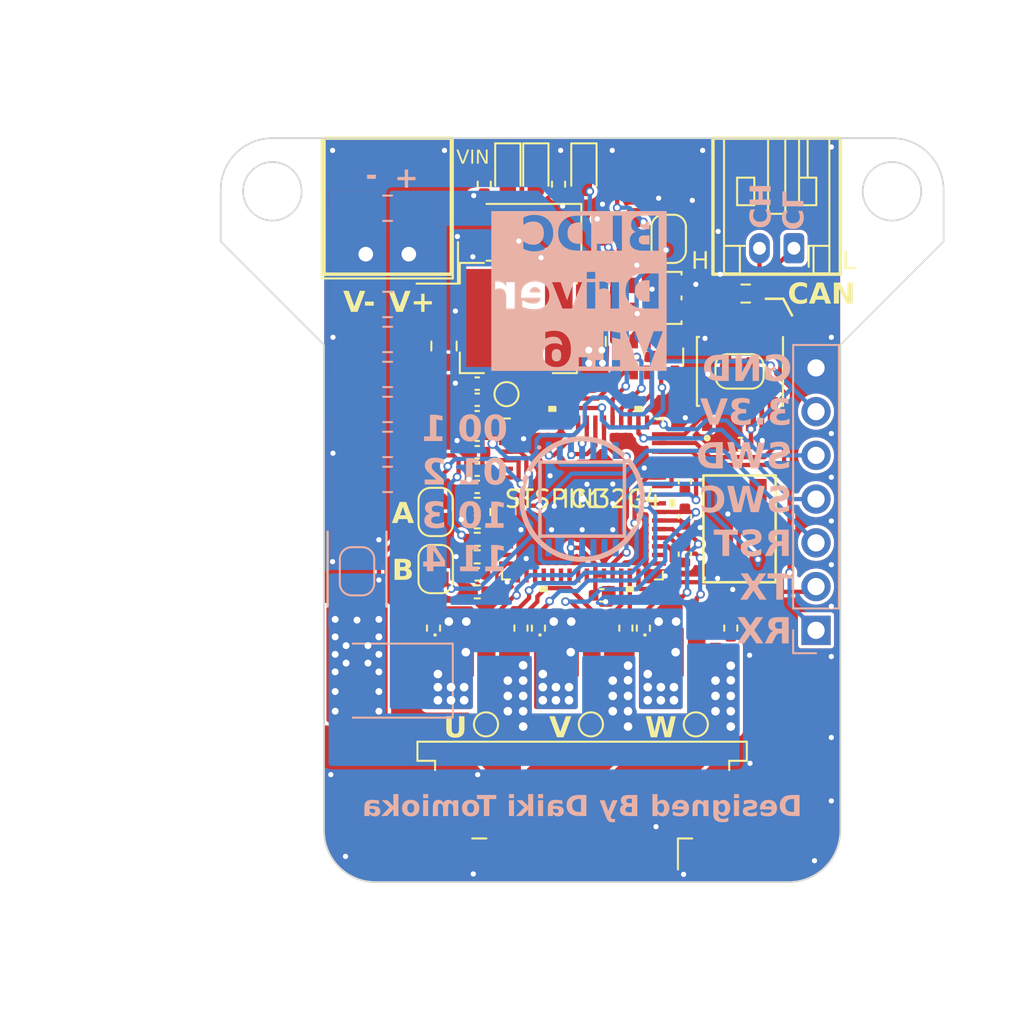
<source format=kicad_pcb>
(kicad_pcb (version 20221018) (generator pcbnew)
  (layers (0 "F.Cu" signal) (31 "B.Cu" signal) (34 "B.Paste" user) (35 "F.Paste" user) (36 "B.SilkS" user "B.Silkscreen") (37 "F.SilkS" user "F.Silkscreen") (38 "B.Mask" user) (39 "F.Mask" user) (44 "Edge.Cuts" user))
  (net 0 "")
  (net 1 "OUT1")
  (net 2 "BOOT1")
  (net 3 "SCREF")
  (net 4 "SW")
  (net 5 "GHS1")
  (net 6 "GLS1")
  (net 7 "SWCLK")
  (net 8 "SWDIO")
  (net 9 "nRST")
  (net 10 "VCC")
  (net 17 "OP_-1")
  (net 19 "OP_O1")
  (net 20 "GLS2")
  (net 21 "GLS3")
  (net 24 "BOOT3")
  (net 25 "OUT3")
  (net 26 "GHS3")
  (net 27 "BOOT2")
  (net 28 "OUT2")
  (net 29 "GHS2")
  (net 31 "UART_TX")
  (net 32 "UART_RX")
  (net 33 "VD")
  (net 34 "Net-(D2-RK)")
  (net 35 "Net-(D2-GK)")
  (net 36 "Net-(D2-BK)")
  (net 37 "CANH")
  (net 38 "CANL")
  (net 40 "LED_R")
  (net 41 "LED_G")
  (net 42 "LED_B")
  (net 44 "Net-(U1-G1)")
  (net 45 "Net-(U1-G2)")
  (net 46 "Net-(U2-G1)")
  (net 47 "Net-(U2-G2)")
  (net 48 "Net-(U3-G1)")
  (net 49 "Net-(U3-G2)")
  (net 58 "OP_+1")
  (net 63 "SHUNT_P1")
  (net 64 "CAN_RD")
  (net 65 "CAN_TD")
  (net 67 "SPI1_SCK")
  (net 68 "SPI1_MISO")
  (net 69 "SPI1_MOSI")
  (net 70 "SPI1_CS")
  (net 71 "VDD")
  (net 77 "GVCC_SW")
  (net 80 "GND")
  (net 84 "Net-(D3-A)")
  (net 85 "Net-(D4-A)")
  (net 86 "Net-(D5-A)")
  (net 87 "LED_Alive")
  (net 88 "SWA")
  (net 89 "SWB")
  (footprint "TestPoint:TestPoint_Pad_D1.0mm" (layer "F.Cu") (at 0.508 13.081)
    (fp_text reference "TP3" hide)
    (fp_text value "TestPoint_Small" hide)
  )
  (footprint "Capacitor_SMD:C_0805_2012Metric" (layer "F.Cu") (at -8.0274 -8.89 90)
    (fp_text reference "C24" hide)
    (fp_text value "10uf 25v" hide)
  )
  (footprint "Capacitor_SMD:C_0402_1005Metric" (layer "F.Cu") (at -6.096 -3.739 180)
    (fp_text reference "C4" hide)
    (fp_text value "100nF" hide)
  )
  (footprint "BLDC:SOIC127P600X175-8N" (layer "F.Cu") (at 9.1694 -7.4168 90)
    (fp_text reference "U7" hide)
    (fp_text value "MAX3051ESA_" hide)
  )
  (footprint "Capacitor_SMD:C_0402_1005Metric" (layer "F.Cu") (at 5.969 3.2004 -90)
    (fp_text reference "C14" hide)
    (fp_text value "1uF" hide)
  )
  (footprint "Resistor_SMD:R_0402_1005Metric" (layer "F.Cu") (at -6.096 0.3048 180)
    (fp_text reference "R14" hide)
    (fp_text value "22k" hide)
  )
  (footprint "Jumper:SolderJumper-2_P1.3mm_Open_RoundedPad1.0x1.5mm" (layer "F.Cu") (at -8.509 4.064 90)
    (fp_text reference "JP3" hide)
    (fp_text value "Jumper_2_Open" hide)
  )
  (footprint "LED_SMD:LED_Kingbright_AAA3528ESGCT" (layer "F.Cu") (at 4.064 -11.684)
    (fp_text reference "D2" hide)
    (fp_text value "LED_RGBA" hide)
  )
  (footprint "BLDC:STSPIN32G4" (layer "F.Cu") (at 0.018 -0.007055)
    (fp_text reference "IC1")
    (fp_text value "STSPIN32G4")
  )
  (footprint "Connector_Molex:Molex_SPOX_5268-02A_1x02_P2.50mm_Horizontal" (layer "F.Cu") (at -10.073 -14.224 180)
    (fp_text reference "J4" hide)
    (fp_text value "POWER" hide)
  )
  (footprint "Resistor_SMD:R_Array_Convex_4x0603" (layer "F.Cu") (at 4.191 -8.255 -90)
    (fp_text reference "RN1" hide)
    (fp_text value "1k" hide)
  )
  (footprint "BLDC:SIZ254DTT1GE3" (layer "F.Cu") (at 0 8.89)
    (fp_text reference "U2" hide)
    (fp_text value "~" hide)
  )
  (footprint "LED_SMD:LED_0603_1608Metric_Pad1.05x0.95mm_HandSolder" (layer "F.Cu") (at 0.1016 -18.9992 -90)
    (fp_text reference "D5" hide)
    (fp_text value "LED_White" hide)
  )
  (footprint "TestPoint:TestPoint_Pad_D1.0mm" (layer "F.Cu") (at -5.588 13.081)
    (fp_text reference "TP2" hide)
    (fp_text value "TestPoint_Small" hide)
  )
  (footprint "Capacitor_SMD:C_0402_1005Metric" (layer "F.Cu") (at -6.096 -0.7112 180)
    (fp_text reference "C3" hide)
    (fp_text value "10uF" hide)
  )
  (footprint "Resistor_SMD:R_0402_1005Metric" (layer "F.Cu") (at -2.54 7.493 -90)
    (fp_text reference "R6" hide)
    (fp_text value "51" hide)
  )
  (footprint "Jumper:SolderJumper-2_P1.3mm_Open_RoundedPad1.0x1.5mm" (layer "F.Cu") (at 5.0292 -15.113 -90)
    (fp_text reference "JP1" hide)
    (fp_text value "Jumper_2_Open" hide)
  )
  (footprint "Resistor_SMD:R_0402_1005Metric" (layer "F.Cu") (at -6.096 1.3208 180)
    (fp_text reference "R15" hide)
    (fp_text value "22k" hide)
  )
  (footprint "Capacitor_SMD:C_0805_2012Metric" (layer "F.Cu") (at 0.635 -9.1592 -90)
    (fp_text reference "C10" hide)
    (fp_text value "220nF" hide)
  )
  (footprint "Resistor_SMD:R_0402_1005Metric" (layer "F.Cu") (at -1.3716 -18.288 90)
    (fp_text reference "R17" hide)
    (fp_text value "1k" hide)
  )
  (footprint "Resistor_SMD:R_0402_1005Metric" (layer "F.Cu") (at 2.54 7.493 -90)
    (fp_text reference "R7" hide)
    (fp_text value "51" hide)
  )
  (footprint "Resistor_SMD:R_0402_1005Metric" (layer "F.Cu") (at -6.096 2.3368)
    (fp_text reference "R12" hide)
    (fp_text value "1.5k" hide)
  )
  (footprint "Resistor_SMD:R_0402_1005Metric" (layer "F.Cu") (at 2.6416 -14.097)
    (fp_text reference "R2" hide)
    (fp_text value "10k" hide)
  )
  (footprint "Capacitor_SMD:C_0402_1005Metric" (layer "F.Cu") (at -6.096 -6.7056 180)
    (fp_text reference "C25" hide)
    (fp_text value "100nF" hide)
  )
  (footprint "Resistor_SMD:R_0402_1005Metric" (layer "F.Cu") (at -5.6896 -18.288 90)
    (fp_text reference "R11" hide)
    (fp_text value "10k" hide)
  )
  (footprint "LED_SMD:LED_0603_1608Metric_Pad1.05x0.95mm_HandSolder" (layer "F.Cu") (at -4.318 -18.9992 -90)
    (fp_text reference "D3" hide)
    (fp_text value "LED_Blue" hide)
  )
  (footprint "Jumper:SolderJumper-2_P1.3mm_Open_RoundedPad1.0x1.5mm" (layer "F.Cu") (at -8.509 0.747 -90)
    (fp_text reference "JP4" hide)
    (fp_text value "Jumper_2_Open" hide)
  )
  (footprint "Resistor_SMD:R_0402_1005Metric" (layer "F.Cu") (at 2.6416 -16.1036 180)
    (fp_text reference "R1" hide)
    (fp_text value "22k" hide)
  )
  (footprint "Capacitor_SMD:C_0402_1005Metric" (layer "F.Cu") (at -6.096 -5.771 180)
    (fp_text reference "C7" hide)
    (fp_text value "10uF" hide)
  )
  (footprint "TestPoint:TestPoint_Pad_D1.0mm" (layer "F.Cu") (at 6.604 13.081)
    (fp_text reference "TP4" hide)
    (fp_text value "TestPoint_Small" hide)
  )
  (footprint "Resistor_SMD:R_0402_1005Metric" (layer "F.Cu") (at -3.556 7.493 -90)
    (fp_text reference "R5" hide)
    (fp_text value "51" hide)
  )
  (footprint "Capacitor_SMD:C_0402_1005Metric" (layer "F.Cu") (at -6.096 -1.707 180)
    (fp_text reference "C5" hide)
    (fp_text value "10uF" hide)
  )
  (footprint "Capacitor_SMD:C_0402_1005Metric" (layer "F.Cu") (at 2.6416 -15.113)
    (fp_text reference "C12" hide)
    (fp_text value "1uF" hide)
  )
  (footprint "TestPoint:TestPoint_Pad_D1.0mm" (layer "F.Cu") (at -4.3942 -6.096)
    (fp_text reference "TP1" hide)
    (fp_text value "TestPoint_Small" hide)
  )
  (footprint "Resistor_SMD:R_2512_6332Metric" (layer "F.Cu") (at -13.081 4.064 -90)
    (fp_text reference "R19" hide)
    (fp_text value "4mΩ" hide)
  )
  (footprint "Jumper:SolderJumper-2_P1.3mm_Open_RoundedPad1.0x1.5mm" (layer "F.Cu") (at 9.144 -7.4168)
    (fp_text reference "JP5" hide)
    (fp_text value "Jumper_2_Open" hide)
  )
  (footprint "Capacitor_SMD:C_0402_1005Metric" (layer "F.Cu") (at 1.143 5.588 180)
    (fp_text reference "C15" hide)
    (fp_text value "1uF" hide)
  )
  (footprint "Diode_SMD:D_SMA" (layer "F.Cu") (at -3.556 -15.494 180)
    (fp_text reference "D1" hide)
    (fp_text value "SS210" hide)
  )
  (footprint "Connector_FFC-FPC:TE_1-84952-1_1x11-1MP_P1.0mm_Horizontal" (layer "F.Cu") (at 0 18.798 180)
    (fp_text reference "J3" hide)
    (fp_text value "FFC_11P_1mm" hide)
  )
  (footprint "BLDC:SIZ254DTT1GE3" (layer "F.Cu") (at 6.096 8.89)
    (fp_text reference "U3" hide)
    (fp_text value "~" hide)
  )
  (footprint "Resistor_SMD:R_0402_1005Metric" (layer "F.Cu") (at -8.636 7.493 -90)
    (fp_text reference "R4" hide)
    (fp_text value "51" hide)
  )
  (footprint "Capacitor_SMD:C_0402_1005Metric" (layer "F.Cu") (at 5.969 -1.016 -90)
    (fp_text reference "C11" hide)
    (fp_text value "1uF" hide)
  )
  (footprint "Capacitor_SMD:C_0402_1005Metric" (layer "F.Cu") (at -6.096 4.3688)
    (fp_text reference "C16" hide)
    (fp_text value "1uF" hide)
  )
  (footprint "Resistor_SMD:R_0402_1005Metric" (layer "F.Cu") (at 3.556 7.493 -90)
    (fp_text reference "R8" hide)
    (fp_text value "51" hide)
  )
  (footprint "Capacitor_SMD:C_0402_1005Metric" (layer "F.Cu") (at -6.096 -2.723 180)
    (fp_text reference "C6" hide)
    (fp_text value "100nF" hide)
  )
  (footprint "Resistor_SMD:R_0402_1005Metric" (layer "F.Cu") (at -6.096 3.3528)
    (fp_text reference "R16" hide)
    (fp_text value "1.5k" hide)
  )
  (footprint "newinov-kicad:SKRPACE010" (layer "F.Cu") (at 9.144 1.7272 90)
    (fp_text reference "SW1" hide)
    (fp_text value "SW_Push" hide)
  )
  (footprint "Resistor_SMD:R_0402_1005Metric" (layer "F.Cu") (at -6.096 5.3848)
    (fp_text reference "R13" hide)
    (fp_text value "1.5k" hide)
  )
  (footprint "BLDC:SIZ254DTT1GE3" (layer "F.Cu") (at -6.096 8.89)
    (fp_text reference "U1" hide)
    (fp_text value "~" hide)
  )
  (footprint "LED_SMD:LED_0603_1608Metric_Pad1.05x0.95mm_HandSolder" (layer "F.Cu") (at -2.6924 -18.9992 -90)
    (fp_text reference "D4" hide)
    (fp_text value "LED_Pink" hide)
  )
  (footprint "Capacitor_SMD:C_0402_1005Metric" (layer "F.Cu") (at -6.096 -4.755 180)
    (fp_text reference "C8" hide)
    (fp_text value "100nF" hide)
  )
  (footprint "Inductor_SMD:L_Bourns-SRN6028" (layer "F.Cu") (at -3.7084 -10.5156 180)
    (fp_text reference "L1" hide)
    (fp_text value "18uh" hide)
  )
  (footprint "Connector_JST:JST_PH_S2B-PH-K_1x02_P2.00mm_Horizontal" (layer "F.Cu") (at 12.303 -14.568 180)
    (fp_text reference "J5" hide)
    (fp_text value "CAN" hide)
  )
  (footprint "Resistor_SMD:R_0402_1005Metric" (layer "F.Cu") (at 8.636 7.493 -90)
    (fp_text reference "R9" hide)
    (fp_text value "51" hide)
  )
  (footprint "Capacitor_SMD:C_0402_1005Metric" (layer "F.Cu") (at 9.1948 -3.2004 180)
    (fp_text reference "C26" hide)
    (fp_text value "100nF" hide)
  )
  (footprint "Capacitor_SMD:C_0402_1005Metric" (layer "F.Cu") (at 5.969 1.016 -90)
    (fp_text reference "C13" hide)
    (fp_text value "1uF" hide)
  )
  (footprint "Resistor_SMD:R_0603_1608Metric_Pad0.98x0.95mm_HandSolder" (layer "F.Cu") (at 9.4996 -11.938)
    (fp_text reference "R20" hide)
    (fp_text value "120" hide)
  )
  (footprint "Resistor_SMD:R_0402_1005Metric" (layer "F.Cu") (at 1.1684 -15.494 90)
    (fp_text reference "R18" hide)
    (fp_text value "1k" hide)
  )
  (footprint "Capacitor_SMD:C_0805_2012Metric" (layer "B.Cu") (at -11.303 -11.303)
    (fp_text reference "C17" hide)
    (fp_text value "22uF" hide)
  )
  (footprint "BLDC:AS5048A_SOP65P640X120-14N" (layer "B.Cu") (at 0 0 -90)
    (fp_text reference "U5" hide)
    (fp_text value "AS5048A-HTSP-500" hide)
  )
  (footprint "Jumper:SolderJumper-2_P1.3mm_Open_RoundedPad1.0x1.5mm" (layer "B.Cu") (at -13.081 4.191 90)
    (fp_text reference "JP2" hide)
    (fp_text value "Jumper_2_Open" hide)
  )
  (footprint "Capacitor_SMD:C_0805_2012Metric" (layer "B.Cu") (at -11.303 -7.239)
    (fp_text reference "C2" hide)
    (fp_text value "22uF" hide)
  )
  (footprint "Capacitor_SMD:C_0805_2012Metric" (layer "B.Cu") (at -11.303 -3.175)
    (fp_text reference "C18" hide)
    (fp_text value "22uF" hide)
  )
  (footprint "Capacitor_SMD:C_0805_2012Metric" (layer "B.Cu") (at -11.303 -5.207)
    (fp_text reference "C1" hide)
    (fp_text value "22uF" hide)
  )
  (footprint "Resistor_SMD:R_2512_6332Metric" (layer "B.Cu") (at -13.081 4.064 -90)
    (fp_text reference "R10" hide)
    (fp_text value "4mΩ" hide)
  )
  (footprint "Capacitor_SMD:C_0805_2012Metric" (layer "B.Cu") (at -11.303 -16.891)
    (fp_text reference "C20" hide)
    (fp_text value "22uF" hide)
  )
  (footprint "Capacitor_SMD:C_0805_2012Metric" (layer "B.Cu") (at -11.303 -1.143)
    (fp_text reference "C19" hide)
    (fp_text value "22uF" hide)
  )
  (footprint "Diode_SMD:D_SMB" (layer "B.Cu") (at -11.176 10.541 180)
    (fp_text reference "TVS1" hide)
    (fp_text value "16V" hide)
  )
  (footprint "Connector_PinHeader_2.54mm:PinHeader_1x07_P2.54mm_Vertical" (layer "B.Cu") (at 13.589 7.62)
    (fp_text reference "J2" hide)
    (fp_text value "Debug" hide)
  )
  (footprint "Capacitor_SMD:C_0805_2012Metric" (layer "B.Cu") (at -11.303 -9.271)
    (fp_text reference "C9" hide)
    (fp_text value "22uF" hide)
  )
  (gr_circle locked (center 0 0) (end 3.5 0) (stroke (width 0.3)) (fill none) (layer "B.SilkS"))
  (gr_line (start 7.6 -13.060714) (end 15 -13.060714) (stroke (width 0.2)) (layer "F.SilkS"))
  (gr_line (start -7.6 -13.060714) (end -7.6 -20.960714) (stroke (width 0.2)) (layer "F.SilkS"))
  (gr_line (start 15 -20.960714) (end 7.6 -20.960714) (stroke (width 0.2)) (layer "F.SilkS"))
  (gr_line (start -15 -13.060714) (end -7.6 -13.060714) (stroke (width 0.2)) (layer "F.SilkS"))
  (gr_line (start 11.684 -11.6332) (end 12.192 -10.668) (stroke (width 0.15)) (layer "F.SilkS"))
  (gr_line (start 15 -13.060714) (end 15 -20.960714) (stroke (width 0.2)) (layer "F.SilkS"))
  (gr_line (start 7.6 -20.960714) (end 7.6 -13.060714) (stroke (width 0.2)) (layer "F.SilkS"))
  (gr_line (start -15 -20.960714) (end -15 -13.060714) (stroke (width 0.2)) (layer "F.SilkS"))
  (gr_line (start 10.668 -11.6332) (end 11.684 -11.6332) (stroke (width 0.15)) (layer "F.SilkS"))
  (gr_line (start -7.6 -20.960714) (end -15 -20.960714) (stroke (width 0.2)) (layer "F.SilkS"))
  (gr_circle locked (center -18 -17.875) (end -16.3 -17.875) (stroke (width 0.1)) (fill none) (layer "Edge.Cuts"))
  (gr_line locked (start 15 -8.960714) (end 21 -14.960714) (stroke (width 0.1)) (layer "Edge.Cuts"))
  (gr_arc locked (start -21 -17.960714) (mid -20.12132 -20.082034) (end -18 -20.960714) (stroke (width 0.1)) (layer "Edge.Cuts"))
  (gr_line locked (start 18 -20.960714) (end -18 -20.960714) (stroke (width 0.1)) (layer "Edge.Cuts"))
  (gr_line locked (start -21 -14.960714) (end -15 -8.960714) (stroke (width 0.1)) (layer "Edge.Cuts"))
  (gr_line locked (start 15 19.239286) (end 15 -8.960714) (stroke (width 0.1)) (layer "Edge.Cuts"))
  (gr_line locked (start 21 -14.960714) (end 21 -17.960714) (stroke (width 0.1)) (layer "Edge.Cuts"))
  (gr_circle locked (center 18 -17.875) (end 19.7 -17.875) (stroke (width 0.1)) (fill none) (layer "Edge.Cuts"))
  (gr_line locked (start -21 -17.960714) (end -21 -14.960714) (stroke (width 0.1)) (layer "Edge.Cuts"))
  (gr_arc locked (start 15 19.239286) (mid 14.12132 21.360606) (end 12 22.239286) (stroke (width 0.1)) (layer "Edge.Cuts"))
  (gr_line locked (start -12 22.239286) (end 12 22.239286) (stroke (width 0.1)) (layer "Edge.Cuts"))
  (gr_arc locked (start -12 22.239286) (mid -14.12132 21.360606) (end -15 19.239286) (stroke (width 0.1)) (layer "Edge.Cuts"))
  (gr_line locked (start -15 -8.960714) (end -15 19.239286) (stroke (width 0.1)) (layer "Edge.Cuts"))
  (gr_arc locked (start 18 -20.960714) (mid 20.12132 -20.082034) (end 21 -17.960714) (stroke (width 0.1)) (layer "Edge.Cuts"))
  (gr_text "00\n01\n10\n11" (at -4.318 4.445) (layer "B.SilkS") (effects (font (size 1.5 1.5) (thickness 0.3) bold) (justify left bottom mirror)))
  (gr_text "CH" (at 9.525 -17.018 270) (layer "B.SilkS") (effects (font (size 1.2 1.2) (thickness 0.3) bold italic) (justify bottom mirror)))
  (gr_text "CL" (at 11.43 -16.764 270) (layer "B.SilkS") (effects (font (size 1.2 1.2) (thickness 0.3) bold italic) (justify bottom mirror)))
  (gr_text "+" (at -10.2108 -17.8816) (layer "B.SilkS") (effects (font (size 1.2 1.2) (thickness 0.3) bold italic) (justify bottom mirror)))
  (gr_text "TX" (at 12.192 6.096) (layer "B.SilkS") (effects (font (size 1.5 1.5) (thickness 0.3) bold italic) (justify left bottom mirror)))
  (gr_text "-" (at -12.2428 -18.034) (layer "B.SilkS") (effects (font (size 1.2 1.2) (thickness 0.3) bold italic) (justify bottom mirror)))
  (gr_text "RST" (at 12.192 3.556) (layer "B.SilkS") (effects (font (size 1.5 1.5) (thickness 0.3) bold italic) (justify left bottom mirror)))
  (gr_text "3.3V" (at 12.192 -4.064) (layer "B.SilkS") (effects (font (size 1.5 1.5) (thickness 0.3) bold italic) (justify left bottom mirror)))
  (gr_text "Designed By Daiki Tomioka" (at 0 17.907) (layer "B.SilkS") (effects (font (size 1.2 1.2) (thickness 0.2) bold italic) (justify mirror)))
  (gr_text "1\n2\n3\n4" (at -7.874 4.445) (layer "B.SilkS") (effects (font (size 1.5 1.5) (thickness 0.3) bold) (justify left bottom mirror)))
  (gr_text "BLDC\nDriver\nV1.6" (at 4.699 -7.366) (layer "B.SilkS" knockout) (effects (font (size 2 2) (thickness 0.3) bold italic) (justify left bottom mirror)))
  (gr_text "RX" (at 12.192 8.636) (layer "B.SilkS") (effects (font (size 1.5 1.5) (thickness 0.3) bold italic) (justify left bottom mirror)))
  (gr_text "SWD" (at 12.192 -1.524) (layer "B.SilkS") (effects (font (size 1.5 1.5) (thickness 0.3) bold italic) (justify left bottom mirror)))
  (gr_text "GND" (at 12.192 -6.604) (layer "B.SilkS") (effects (font (size 1.5 1.5) (thickness 0.3) bold italic) (justify left bottom mirror)))
  (gr_text "SWC" (at 12.192 1.016) (layer "B.SilkS") (effects (font (size 1.5 1.5) (thickness 0.3) bold italic) (justify left bottom mirror)))
  (gr_text "VIN" (at -6.35 -19.812) (layer "F.SilkS") (effects (font (size 0.8 0.8) (thickness 0.125) italic)))
  (gr_text "V-" (at -12.954 -10.668) (layer "F.SilkS") (effects (font (size 1.2 1.2) (thickness 0.3) bold italic) (justify bottom)))
  (gr_text "V" (at -1.27 13.335) (layer "F.SilkS") (effects (font (size 1.2 1.2) (thickness 0.3) bold italic)))
  (gr_text "CAN" (at 11.938 -11.1506) (layer "F.SilkS") (effects (font (size 1.2 1.2) (thickness 0.3) bold italic) (justify left bottom)))
  (gr_text "B" (at -10.414 4.191) (layer "F.SilkS") (effects (font (size 1.2 1.2) (thickness 0.3) bold italic)))
  (gr_text "H" (at 6.858 -13.208) (layer "F.SilkS") (effects (font (size 1 1) (thickness 0.125) italic) (justify bottom)))
  (gr_text "A" (at -10.414 0.889) (layer "F.SilkS") (effects (font (size 1.2 1.2) (thickness 0.3) bold italic)))
  (gr_text "W" (at 4.572 13.335) (layer "F.SilkS") (effects (font (size 1.2 1.2) (thickness 0.3) bold italic)))
  (gr_text "U" (at -7.366 13.335) (layer "F.SilkS") (effects (font (size 1.2 1.2) (thickness 0.3) bold italic)))
  (gr_text "V+" (at -9.906 -10.668) (layer "F.SilkS") (effects (font (size 1.2 1.2) (thickness 0.3) bold italic) (justify bottom)))
  (gr_text "L" (at 15.494 -13.208) (layer "F.SilkS") (effects (font (size 1 1) (thickness 0.125) italic) (justify bottom)))
  (segment (start 5.1944 -0.80537) (end 5.146274 -0.757244) (width 0.25) (layer "F.Cu") (net 1))
  (segment (start -3.678116 6.34) (end -3.084864 5.746748) (width 0.25) (layer "F.Cu") (net 1))
  (segment (start -4.0032 6.34) (end -3.678116 6.34) (width 0.25) (layer "F.Cu") (net 1))
  (segment (start 5.969 -1.496) (end 5.433 -1.496) (width 0.25) (layer "F.Cu") (net 1))
  (segment (start 6.618335 0.052301) (end 6.618335 -1.156664) (width 0.25) (layer "F.Cu") (net 1))
  (segment (start 6.278999 -1.496) (end 5.969 -1.496) (width 0.25) (layer "F.Cu") (net 1))
  (segment (start -4.776 20.598) (end -4.445 20.598) (width 0.25) (layer "F.Cu") (net 1))
  (segment (start -3.084864 5.746748) (end -3.084864 5.310193) (width 0.25) (layer "F.Cu") (net 1))
  (segment (start 5.146274 -0.757244) (end 4.463 -0.757244) (width 0.25) (layer "F.Cu") (net 1))
  (segment (start 5.433 -1.496) (end 5.1944 -1.2574) (width 0.25) (layer "F.Cu") (net 1))
  (segment (start -5.539 8.89) (end -5.539 7.8758) (width 0.25) (layer "F.Cu") (net 1))
  (segment (start -4.445 20.598) (end -3.776 20.598) (width 0.25) (layer "F.Cu") (net 1))
  (segment (start 5.1944 -1.2574) (end 5.1944 -0.80537) (width 0.25) (layer "F.Cu") (net 1))
  (segment (start 6.618335 -1.156664) (end 6.278999 -1.496) (width 0.25) (layer "F.Cu") (net 1))
  (segment (start -5.539 7.8758) (end -4.0032 6.34) (width 0.25) (layer "F.Cu") (net 1))
  (via (at -3.084864 5.310193) (size 0.5) (drill 0.3) (layers "F.Cu" "B.Cu") (net 1))
  (via (at 6.618335 0.052301) (size 0.5) (drill 0.3) (layers "F.Cu" "B.Cu") (net 1))
  (segment (start 0.161468 4.2672) (end -0.448132 4.8768) (width 0.25) (layer "B.Cu") (net 1))
  (segment (start 3.148174 0.0765) (end 3.148174 0.608174) (width 0.25) (layer "B.Cu") (net 1))
  (segment (start 3.683 1.143) (end 3.683 3.451324) (width 0.25) (layer "B.Cu") (net 1))
  (segment (start 3.148174 0.608174) (end 3.683 1.143) (width 0.25) (layer "B.Cu") (net 1))
  (segment (start 6.302034 -0.264) (end 3.488674 -0.264) (width 0.25) (layer "B.Cu") (net 1))
  (segment (start -0.448132 4.8768) (end -2.651471 4.8768) (width 0.25) (layer "B.Cu") (net 1))
  (segment (start 3.488674 -0.264) (end 3.148174 0.0765) (width 0.25) (layer "B.Cu") (net 1))
  (segment (start 6.618335 0.052301) (end 6.302034 -0.264) (width 0.25) (layer "B.Cu") (net 1))
  (segment (start 2.867124 4.2672) (end 0.161468 4.2672) (width 0.25) (layer "B.Cu") (net 1))
  (segment (start 3.683 3.451324) (end 2.867124 4.2672) (width 0.25) (layer "B.Cu") (net 1))
  (segment (start -2.651471 4.8768) (end -3.084864 5.310193) (width 0.25) (layer "B.Cu") (net 1))
  (segment (start 5.690118 -0.257118) (end 5.969 -0.536) (width 0.25) (layer "F.Cu") (net 2))
  (segment (start 4.463 -0.257118) (end 5.690118 -0.257118) (width 0.25) (layer "F.Cu") (net 2))
  (segment (start 4.0182 -16.774) (end 5.0292 -15.763) (width 0.25) (layer "F.Cu") (net 3))
  (segment (start 2.1316 -16.1036) (end 2.802 -16.774) (width 0.25) (layer "F.Cu") (net 3))
  (segment (start 2.1316 -14.097) (end 1.739 -13.7044) (width 0.25) (layer "F.Cu") (net 3))
  (segment (start 5.1562 -15.636) (end 5.3324 -15.636) (width 0.25) (layer "F.Cu") (net 3))
  (segment (start 2.286 -4.469488) (end 2.268567 -4.452055) (width 0.25) (layer "F.Cu") (net 3))
  (segment (start 1.739 -13.7044) (end 1.739 -9.183) (width 0.25) (layer "F.Cu") (net 3))
  (segment (start 2.1316 -15.143) (end 2.1616 -15.113) (width 0.25) (layer "F.Cu") (net 3))
  (segment (start 2.271 -4.454488) (end 2.268567 -4.452055) (width 0.25) (layer "F.Cu") (net 3))
  (segment (start 2.268567 -4.452055) (end 2.268567 -5.256444) (width 0.25) (layer "F.Cu") (net 3))
  (segment (start 2.1316 -15.083) (end 2.1616 -15.113) (width 0.25) (layer "F.Cu") (net 3))
  (segment (start 5.0292 -15.763) (end 5.1562 -15.636) (width 0.25) (layer "F.Cu") (net 3))
  (segment (start 2.666984 -8.255016) (end 3.175 -8.255016) (width 0.25) (layer "F.Cu") (net 3))
  (segment (start 1.739 -9.183) (end 2.666984 -8.255016) (width 0.25) (layer "F.Cu") (net 3))
  (segment (start 2.802 -16.774) (end 4.0182 -16.774) (width 0.25) (layer "F.Cu") (net 3))
  (segment (start 2.1316 -16.1036) (end 2.1316 -15.143) (width 0.25) (layer "F.Cu") (net 3))
  (segment (start 2.1316 -14.097) (end 2.1316 -15.083) (width 0.25) (layer "F.Cu") (net 3))
  (segment (start 2.268567 -5.256444) (end 3.44209 -6.429967) (width 0.25) (layer "F.Cu") (net 3))
  (via (at 3.175 -8.255016) (size 0.5) (drill 0.3) (layers "F.Cu" "B.Cu") (net 3))
  (via (at 3.44209 -6.429967) (size 0.5) (drill 0.3) (layers "F.Cu" "B.Cu") (net 3))
  (segment (start 3.44209 -7.987926) (end 3.44209 -6.429967) (width 0.25) (layer "B.Cu") (net 3))
  (segment (start 3.175 -8.255016) (end 3.44209 -7.987926) (width 0.25) (layer "B.Cu") (net 3))
  (segment (start 10.219 3.8272) (end 10.2544 3.7918) (width 0.25) (layer "F.Cu") (net 4))
  (segment (start 10.2544 -0.3374) (end 10.219 -0.3728) (width 0.25) (layer "F.Cu") (net 4))
  (segment (start 2.574502 3.0985) (end 2.424612 3.0985) (width 0.25) (layer "F.Cu") (net 4))
  (segment (start 1.768441 3.754671) (end 1.768441 4.437945) (width 0.25) (layer "F.Cu") (net 4))
  (segment (start 10.2544 3.7918) (end 10.2544 -0.3374) (width 0.25) (layer "F.Cu") (net 4))
  (segment (start 2.424612 3.0985) (end 1.768441 3.754671) (width 0.25) (layer "F.Cu") (net 4))
  (via (at 2.574502 3.0985) (size 0.5) (drill 0.3) (layers "F.Cu" "B.Cu") (net 4))
  (via (at 10.219 3.497) (size 0.5) (drill 0.3) (layers "F.Cu" "B.Cu") (net 4))
  (segment (start 6.858 -0.889) (end 7.366 -0.381) (width 0.25) (layer "B.Cu") (net 4))
  (segment (start 2.574502 3.0985) (end 2.574502 1.990655) (width 0.25) (layer "B.Cu") (net 4))
  (segment (start 3.3782 -0.889) (end 6.858 -0.889) (width 0.25) (layer "B.Cu") (net 4))
  (segment (start 2.413 0.0762) (end 3.3782 -0.889) (width 0.25) (layer "B.Cu") (net 4))
  (segment (start 2.413 1.829153) (end 2.413 0.0762) (width 0.25) (layer "B.Cu") (net 4))
  (segment (start 7.366 0.644) (end 10.219 3.497) (width 0.25) (layer "B.Cu") (net 4))
  (segment (start 10.219 3.497) (end 10.219 3.8272) (width 0.25) (layer "B.Cu") (net 4))
  (segment (start 2.574502 1.990655) (end 2.413 1.829153) (width 0.25) (layer "B.Cu") (net 4))
  (segment (start 7.366 -0.381) (end 7.366 0.644) (width 0.25) (layer "B.Cu") (net 4))
  (segment (start -5.969 6.858) (end -5.1816 6.858) (width 0.25) (layer "F.Cu") (net 5))
  (segment (start -5.1816 6.858) (end -3.9116 5.588) (width 0.25) (layer "F.Cu") (net 5))
  (segment (start -3.9116 5.588) (end -3.81 5.588) (width 0.25) (layer "F.Cu") (net 5))
  (segment (start 4.463 -1.25737) (end 3.779726 -1.25737) (width 0.25) (layer "F.Cu") (net 5))
  (segment (start 3.047999 -0.525643) (end 3.047999 1.397001) (width 0.25) (layer "F.Cu") (net 5))
  (segment (start -8.003 6.35) (end -6.477 6.35) (width 0.25) (layer "F.Cu") (net 5))
  (segment (start 3.779726 -1.25737) (end 3.047999 -0.525643) (width 0.25) (layer "F.Cu") (net 5))
  (segment (start -6.477 6.35) (end -5.969 6.858) (width 0.25) (layer "F.Cu") (net 5))
  (segment (start -8.636 6.983) (end -8.003 6.35) (width 0.25) (layer "F.Cu") (net 5))
  (via (at 3.047999 1.397001) (size 0.5) (drill 0.3) (layers "F.Cu" "B.Cu") (net 5))
  (via (at -3.81 5.588) (size 0.5) (drill 0.3) (layers "F.Cu" "B.Cu") (net 5))
  (segment (start -3.0226 4.4196) (end -3.81 5.207) (width 0.25) (layer "B.Cu") (net 5))
  (segment (start 3.047999 1.397001) (end 3.161827 1.510829) (width 0.25) (layer "B.Cu") (net 5))
  (segment (start 3.161827 3.336101) (end 2.680728 3.8172) (width 0.25) (layer "B.Cu") (net 5))
  (segment (start -3.81 5.207) (end -3.81 5.588) (width 0.25) (layer "B.Cu") (net 5))
  (segment (start 3.161827 1.510829) (end 3.161827 3.336101) (width 0.25) (layer "B.Cu") (net 5))
  (segment (start 2.680728 3.8172) (end -0.024928 3.8172) (width 0.25) (layer "B.Cu") (net 5))
  (segment (start -0.024928 3.8172) (end -0.627328 4.4196) (width 0.25) (layer "B.Cu") (net 5))
  (segment (start -0.627328 4.4196) (end -3.0226 4.4196) (width 0.25) (layer "B.Cu") (net 5))
  (segment (start -2.6035 5.6515) (end -2.121345 5.169345) (width 0.25) (layer "F.Cu") (net 6))
  (segment (start -3.556 6.983) (end -3.556 6.9088) (width 0.25) (layer "F.Cu") (net 6))
  (segment (start -0.727145 5.169345) (end 0.679028 6.575518) (width 0.25) (layer "F.Cu") (net 6))
  (segment (start 1.846202 6.575518) (end 2.268567 6.153153) (width 0.25) (layer "F.Cu") (net 6))
  (segment (start 0.679028 6.575518) (end 1.846202 6.575518) (width 0.25) (layer "F.Cu") (net 6))
  (segment (start -3.556 6.9088) (end -2.6035 5.9563) (width 0.25) (layer "F.Cu") (net 6))
  (segment (start 2.268567 6.153153) (end 2.268567 4.437945) (width 0.25) (layer "F.Cu") (net 6))
  (segment (start -2.6035 5.9563) (end -2.6035 5.6515) (width 0.25) (layer "F.Cu") (net 6))
  (segment (start -2.121345 5.169345) (end -0.727145 5.169345) (width 0.25) (layer "F.Cu") (net 6))
  (segment (start 3.268819 -4.452055) (end 3.268819 -3.832949) (width 0.25) (layer "F.Cu") (net 7))
  (segment (start 3.268819 -3.832949) (end 3.571067 -3.530701) (width 0.25) (layer "F.Cu") (net 7))
  (via (at 3.571067 -3.530701) (size 0.5) (drill 0.3) (layers "F.Cu" "B.Cu") (net 7))
  (segment (start 3.571067 -3.530701) (end 7.086701 -3.530701) (width 0.25) (layer "B.Cu") (net 7))
  (segment (start 7.5692 -4.0132) (end 8.128 -4.0132) (width 0.25) (layer "B.Cu") (net 7))
  (segment (start 8.128 -4.0132) (end 12.1412 0) (width 0.25) (layer "B.Cu") (net 7))
  (segment (start 12.1412 0) (end 13.589 0) (width 0.25) (layer "B.Cu") (net 7))
  (segment (start 7.086701 -3.530701) (end 7.5692 -4.0132) (width 0.25) (layer "B.Cu") (net 7))
  (segment (start 3.768945 -4.452055) (end 4.611624 -4.452055) (width 0.25) (layer "F.Cu") (net 8))
  (segment (start 4.611624 -4.452055) (end 4.728543 -4.335136) (width 0.25) (layer "F.Cu") (net 8))
  (via (at 4.728543 -4.335136) (size 0.5) (drill 0.3) (layers "F.Cu" "B.Cu") (net 8))
  (segment (start 4.999679 -4.064) (end 4.728543 -4.335136) (width 0.25) (layer "B.Cu") (net 8))
  (segment (start 10.414 -2.54) (end 8.382 -4.572) (width 0.25) (layer "B.Cu") (net 8))
  (segment (start 8.382 -4.572) (end 7.2009 -4.572) (width 0.25) (layer "B.Cu") (net 8))
  (segment (start 13.589 -2.54) (end 10.414 -2.54) (width 0.25) (layer "B.Cu") (net 8))
  (segment (start 6.6929 -4.064) (end 4.999679 -4.064) (width 0.25) (layer "B.Cu") (net 8))
  (segment (start 7.2009 -4.572) (end 6.6929 -4.064) (width 0.25) (layer "B.Cu") (net 8))
  (segment (start -3.736918 -0.257118) (end -3.0988 0.381) (width 0.25) (layer "F.Cu") (net 9))
  (segment (start -3.0988 0.381) (end -2.476202 0.381) (width 0.25) (layer "F.Cu") (net 9))
  (segment (start -4.427 -0.257118) (end -3.736918 -0.257118) (width 0.25) (layer "F.Cu") (net 9))
  (via (at -2.476202 0.381) (size 0.5) (drill 0.3) (layers "F.Cu" "B.Cu") (net 9))
  (segment (start 8.245 -2.804) (end 13.589 2.54) (width 0.25) (layer "B.Cu") (net 9))
  (segment (start -2.476202 0.381) (end -0.609179 -1.486023) (width 0.25) (layer "B.Cu") (net 9))
  (segment (start -0.609179 -1.486023) (end 2.425823 -1.486023) (width 0.25) (layer "B.Cu") (net 9))
  (segment (start 3.7438 -2.804) (end 8.245 -2.804) (width 0.25) (layer "B.Cu") (net 9))
  (segment (start 2.425823 -1.486023) (end 3.7438 -2.804) (width 0.25) (layer "B.Cu") (net 9))
  (segment (start -5.616 -6.7844) (end -5.616 -5.771) (width 0.25) (layer "F.Cu") (net 10))
  (segment (start -5.6362 -5.7912) (end -5.7912 -5.7912) (width 0.25) (layer "F.Cu") (net 10))
  (segment (start -8.0264 -7.94) (end -6.0584 -7.94) (width 0.25) (layer "F.Cu") (net 10))
  (segment (start -5.616 -10.0732) (end -6.0584 -10.5156) (width 0.4) (layer "F.Cu") (net 10))
  (segment (start -5.616 -6.7056) (end -5.616 -10.0732) (width 0.4) (layer "F.Cu") (net 10))
  (segment (start -5.616 -5.771) (end -5.616 -4.755) (width 0.25) (layer "F.Cu") (net 10))
  (segment (start -5.616 -5.771) (end -5.6362 -5.7912) (width 0.25) (layer "F.Cu") (net 10))
  (segment (start -3.232819 -4.452055) (end -3.732945 -4.452055) (width 0.25) (layer "F.Cu") (net 10))
  (segment (start -6.0584 -7.94) (end -6.0584 -10.5156) (width 0.25) (layer "F.Cu") (net 10))
  (segment (start -6.606 4.3388) (end -6.576 4.3688) (width 0.2) (layer "F.Cu") (net 17))
  (segment (start -4.953 4.953) (end -4.953 4.3317) (width 0.2) (layer "F.Cu") (net 17))
  (segment (start -5.586 5.3848) (end -5.3848 5.3848) (width 0.2) (layer "F.Cu") (net 17))
  (segment (start -6.576 4.3948) (end -5.586 5.3848) (width 0.2) (layer "F.Cu") (net 17))
  (segment (start -5.3848 5.3848) (end -4.953 4.953) (width 0.2) (layer "F.Cu") (net 17))
  (segment (start -4.953 4.3317) (end -4.427 3.8057) (width 0.2) (layer "F.Cu") (net 17))
  (segment (start -4.427 3.74389) (end -4.70709 3.74389) (width 0.2) (layer "F.Cu") (net 17))
  (segment (start -5.6498 5.321) (end -5.586 5.3848) (width 0.2) (layer "F.Cu") (net 17))
  (segment (start -4.427 3.8057) (end -4.427 3.74389) (width 0.2) (layer "F.Cu") (net 17))
  (segment (start -6.606 3.3528) (end -6.606 4.3388) (width 0.2) (layer "F.Cu") (net 17))
  (segment (start -6.576 4.3688) (end -6.576 4.3948) (width 0.2) (layer "F.Cu") (net 17))
  (segment (start -5.67651 5.321) (end -5.6498 5.321) (width 0.2) (layer "F.Cu") (net 17))
  (segment (start -4.427 3.243764) (end -5.476964 3.243764) (width 0.25) (layer "F.Cu") (net 19))
  (segment (start -5.616 3.3828) (end -5.586 3.3528) (width 0.25) (layer "F.Cu") (net 19))
  (segment (start -5.476964 3.243764) (end -5.586 3.3528) (width 0.25) (layer "F.Cu") (net 19))
  (segment (start -5.616 4.3688) (end -5.616 3.3828) (width 0.25) (layer "F.Cu") (net 19))
  (segment (start -5.618 4.3688) (end -5.6818 4.305) (width 0.25) (layer "F.Cu") (net 19))
  (segment (start -5.616 4.3688) (end -5.618 4.3688) (width 0.25) (layer "F.Cu") (net 19))
  (segment (start 2.768693 4.437945) (end 2.768693 6.754307) (width 0.25) (layer "F.Cu") (net 20))
  (segment (start 2.768693 6.754307) (end 2.54 6.983) (width 0.25) (layer "F.Cu") (net 20))
  (segment (start 3.268819 4.437945) (end 3.268819 5.121219) (width 0.25) (layer "F.Cu") (net 21))
  (segment (start 5.461 4.826) (end 7.223884 4.826) (width 0.25) (layer "F.Cu") (net 21))
  (segment (start 8.636 6.238116) (end 8.636 6.983) (width 0.25) (layer "F.Cu") (net 21))
  (segment (start 7.223884 4.826) (end 8.636 6.238116) (width 0.25) (layer "F.Cu") (net 21))
  (segment (start 3.268819 5.121219) (end 3.3646 5.217) (width 0.25) (layer "F.Cu") (net 21))
  (segment (start 3.3646 5.217) (end 5.07 5.217) (width 0.25) (layer "F.Cu") (net 21))
  (segment (start 5.07 5.217) (end 5.461 4.826) (width 0.25) (layer "F.Cu") (net 21))
  (segment (start 4.972356 2.743638) (end 5.207 2.978282) (width 0.25) (layer "F.Cu") (net 24))
  (segment (start 5.207 3.583999) (end 5.303401 3.6804) (width 0.25) (layer "F.Cu") (net 24))
  (segment (start 5.207 2.978282) (end 5.207 3.583999) (width 0.25) (layer "F.Cu") (net 24))
  (segment (start 5.303401 3.6804) (end 5.969 3.6804) (width 0.25) (layer "F.Cu") (net 24))
  (segment (start 4.463 2.743638) (end 4.972356 2.743638) (width 0.25) (layer "F.Cu") (net 24))
  (segment (start -0.776 20.598) (end 0.224 20.598) (width 0.25) (layer "F.Cu") (net 25))
  (segment (start 6.653 5.756476) (end 6.880942 5.528534) (width 0.25) (layer "F.Cu") (net 25))
  (segment (start 4.463 2.243512) (end 5.108626 2.243512) (width 0.25) (layer "F.Cu") (net 25))
  (segment (start 6.594 3.165) (end 6.855442 3.426442) (width 0.25) (layer "F.Cu") (net 25))
  (segment (start 5.585514 2.7204) (end 5.969 2.7204) (width 0.25) (layer "F.Cu") (net 25))
  (segment (start 5.969 2.7204) (end 6.4136 3.165) (width 0.25) (layer "F.Cu") (net 25))
  (segment (start 6.4136 3.165) (end 6.594 3.165) (width 0.25) (layer "F.Cu") (net 25))
  (segment (start 5.108626 2.243512) (end 5.585514 2.7204) (width 0.25) (layer "F.Cu") (net 25))
  (segment (start 6.653 8.89) (end 6.653 5.756476) (width 0.25) (layer "F.Cu") (net 25))
  (via (at 6.880942 5.528534) (size 0.5) (drill 0.3) (layers "F.Cu" "B.Cu") (net 25))
  (via (at 6.855442 3.426442) (size 0.5) (drill 0.3) (layers "F.Cu" "B.Cu") (net 25))
  (segment (start 6.855442 5.503034) (end 6.880942 5.528534) (width 0.25) (layer "B.Cu") (net 25))
  (segment (start 6.855442 3.426442) (end 6.855442 5.503034) (width 0.25) (layer "B.Cu") (net 25))
  (segment (start 5.61691 2.1154) (end 5.244896 1.743386) (width 0.25) (layer "F.Cu") (net 26))
  (segment (start 6.746384 2.611078) (end 6.746384 2.526294) (width 0.25) (layer "F.Cu") (net 26))
  (segment (start 3.556 6.6548) (end 4.5438 5.667) (width 0.25) (layer "F.Cu") (net 26))
  (segment (start 6.33549 2.1154) (end 5.61691 2.1154) (width 0.25) (layer "F.Cu") (net 26))
  (segment (start 6.746384 2.526294) (end 6.33549 2.1154) (width 0.25) (layer "F.Cu") (net 26))
  (segment (start 4.5438 5.667) (end 5.8392 5.667) (width 0.25) (layer "F.Cu") (net 26))
  (segment (start 3.556 6.983) (end 3.556 6.6548) (width 0.25) (layer "F.Cu") (net 26))
  (segment (start 5.8392 5.667) (end 6.096 5.4102) (width 0.25) (layer "F.Cu") (net 26))
  (segment (start 5.244896 1.743386) (end 4.463 1.743386) (width 0.25) (layer "F.Cu") (net 26))
  (via (at 6.096 5.4102) (size 0.5) (drill 0.3) (layers "F.Cu" "B.Cu") (net 26))
  (via (at 6.746384 2.611078) (size 0.5) (drill 0.3) (layers "F.Cu" "B.Cu") (net 26))
  (segment (start 6.746384 2.611078) (end 6.096 3.261462) (width 0.25) (layer "B.Cu") (net 26))
  (segment (start 6.096 3.261462) (end 6.096 5.4102) (width 0.25) (layer "B.Cu") (net 26))
  (segment (start 4.463 1.24326) (end 5.71626 1.24326) (width 0.25) (layer "F.Cu") (net 27))
  (segment (start 5.71626 1.24326) (end 5.969 1.496) (width 0.25) (layer "F.Cu") (net 27))
  (segment (start 5.761866 0.743134) (end 5.969 0.536) (width 0.25) (layer "F.Cu") (net 28))
  (segment (start 0.557 8.89) (end 0.557 7.160997) (width 0.25) (layer "F.Cu") (net 28))
  (segment (start -2.776 20.598) (end -1.776 20.598) (width 0.25) (layer "F.Cu") (net 28))
  (segment (start -0.652197 5.9518) (end -0.969749 5.9518) (width 0.25) (layer "F.Cu") (net 28))
  (segment (start 5.207 0.743134) (end 5.761866 0.743134) (width 0.25) (layer "F.Cu") (net 28))
  (segment (start 6.585134 0.743134) (end 6.604 0.762) (width 0.25) (layer "F.Cu") (net 28))
  (segment (start 4.463 0.743134) (end 5.207 0.743134) (width 0.25) (layer "F.Cu") (net 28))
  (segment (start 0.557 7.160997) (end -0.652197 5.9518) (width 0.25) (layer "F.Cu") (net 28))
  (segment (start 5.207 0.743134) (end 6.585134 0.743134) (width 0.25) (layer "F.Cu") (net 28))
  (via (at -0.969749 5.9518) (size 0.5) (drill 0.3) (layers "F.Cu" "B.Cu") (net 28))
  (via (at 6.604 0.762) (size 0.5) (drill 0.3) (layers "F.Cu" "B.Cu") (net 28))
  (segment (start 0.3474 5.9518) (end -0.969749 5.9518) (width 0.25) (layer "B.Cu") (net 28))
  (segment (start 6.604 0.762) (end 4.826 2.54) (width 0.25) (layer "B.Cu") (net 28))
  (segment (start 4.826 3.581116) (end 3.174716 5.2324) (width 0.25) (layer "B.Cu") (net 28))
  (segment (start 3.174716 5.2324) (end 1.0668 5.2324) (width 0.25) (layer "B.Cu") (net 28))
  (segment (start 4.826 2.54) (end 4.826 3.581116) (width 0.25) (layer "B.Cu") (net 28))
  (segment (start 1.0668 5.2324) (end 0.3474 5.9518) (width 0.25) (layer "B.Cu") (net 28))
  (segment (start -1.889137 6.003937) (end -1.889137 5.923749) (width 0.25) (layer "F.Cu") (net 29))
  (segment (start -2.54 6.983) (end -2.54 6.6548) (width 0.25) (layer "F.Cu") (net 29))
  (segment (start 3.794839 0.243008) (end 3.723174 0.314673) (width 0.25) (layer "F.Cu") (net 29))
  (segment (start -2.54 6.6548) (end -1.889137 6.003937) (width 0.25) (layer "F.Cu") (net 29))
  (segment (start 4.463 0.243008) (end 3.794839 0.243008) (width 0.25) (layer "F.Cu") (net 29))
  (via (at 3.723174 0.314673) (size 0.5) (drill 0.3) (layers "F.Cu" "B.Cu") (net 29))
  (via (at -1.889137 5.923749) (size 0.5) (drill 0.3) (layers "F.Cu" "B.Cu") (net 29))
  (segment (start 3.04632 4.7244) (end 0.340664 4.7244) (width 0.25) (layer "B.Cu") (net 29))
  (segment (start 4.247525 0.839024) (end 4.247525 3.523195) (width 0.25) (layer "B.Cu") (net 29))
  (segment (start 4.247525 3.523195) (end 3.04632 4.7244) (width 0.25) (layer "B.Cu") (net 29))
  (segment (start 3.723174 0.314673) (end 4.247525 0.839024) (width 0.25) (layer "B.Cu") (net 29))
  (segment (start 0.340664 4.7244) (end -0.268936 5.334) (width 0.25) (layer "B.Cu") (net 29))
  (segment (start -1.299388 5.334) (end -1.889137 5.923749) (width 0.25) (layer "B.Cu") (net 29))
  (segment (start -0.268936 5.334) (end -1.299388 5.334) (width 0.25) (layer "B.Cu") (net 29))
  (segment (start 8.7376 -1.524) (end 9.0932 -1.1684) (width 0.25) (layer "F.Cu") (net 31))
  (segment (start 9.0932 -1.1684) (end 9.0932 4.7244) (width 0.25) (layer "F.Cu") (net 31))
  (segment (start 6.9596 -1.524) (end 8.7376 -1.524) (width 0.25) (layer "F.Cu") (net 31))
  (segment (start 6.225978 -2.257622) (end 6.9596 -1.524) (width 0.25) (layer "F.Cu") (net 31))
  (segment (start 9.0932 4.7244) (end 9.7536 5.3848) (width 0.25) (layer "F.Cu") (net 31))
  (segment (start 13.2842 5.3848) (end 13.589 5.08) (width 0.25) (layer "F.Cu") (net 31))
  (segment (start 4.463 -2.257622) (end 6.225978 -2.257622) (width 0.25) (layer "F.Cu") (net 31))
  (segment (start 13.589 5.08) (end 13.5382 5.1308) (width 0.25) (layer "F.Cu") (net 31))
  (segment (start 9.7536 5.3848) (end 13.2842 5.3848) (width 0.25) (layer "F.Cu") (net 31))
  (segment (start 11.7348 -1.9812) (end 11.938 -1.778) (width 0.25) (layer "F.Cu") (net 32))
  (segment (start 4.463 -2.757748) (end 4.475748 -2.745) (width 0.25) (layer "F.Cu") (net 32))
  (segment (start 4.475748 -2.745) (end 6.399 -2.745) (width 0.25) (layer "F.Cu") (net 32))
  (segment (start 11.7348 -6.2114) (end 11.7348 -1.9812) (width 0.25) (layer "F.Cu") (net 32))
  (segment (start 9.906 -7.112) (end 9.652 -7.366) (width 0.25) (layer "F.Cu") (net 32))
  (segment (start 11.938 -1.778) (end 12.055 -1.661) (width 0.25) (layer "F.Cu") (net 32))
  (segment (start 7.1628 -1.9812) (end 11.7348 -1.9812) (width 0.25) (layer "F.Cu") (net 32))
  (segment (start 9.652 -7.366) (end 9.652 -8.128) (width 0.25) (layer "F.Cu") (net 32))
  (segment (start 12.055 -1.661) (end 12.055 4.2672) (width 0.25) (layer "F.Cu") (net 32))
  (segment (start 11.811 -1.905) (end 11.938 -1.778) (width 0.25) (layer "F.Cu") (net 32))
  (segment (start 10.3482 -6.8626) (end 11.0836 -6.8626) (width 0.25) (layer "F.Cu") (net 32))
  (segment (start 6.399 -2.745) (end 7.1628 -1.9812) (width 0.25) (layer "F.Cu") (net 32))
  (segment (start 9.794 -7.4168) (end 10.3482 -6.8626) (width 0.25) (layer "F.Cu") (net 32))
  (segment (start 11.0836 -6.8626) (end 11.7348 -6.2114) (width 0.25) (layer "F.Cu") (net 32))
  (via (at 12.055 4.2672) (size 0.5) (drill 0.3) (layers "F.Cu" "B.Cu") (net 32))
  (segment (start 12.055 6.086) (end 12.055 4.2672) (width 0.25) (layer "B.Cu") (net 32))
  (segment (start 13.589 7.62) (end 12.055 6.086) (width 0.25) (layer "B.Cu") (net 32))
  (segment (start -5.6896 -17.778) (end -6.148794 -17.778) (width 0.25) (layer "F.Cu") (net 33))
  (segment (start -0.663 8.89) (end -1.325 8.89) (width 0.25) (layer "F.Cu") (net 33))
  (segment (start -0.663 8.89) (end -0.663 8.890016) (width 0.25) (layer "F.Cu") (net 33))
  (segment (start 4.771 8.89) (end 4.446 9.215) (width 0.25) (layer "F.Cu") (net 33))
  (segment (start -6.759 8.89) (end -6.759 8.889976) (width 0.25) (layer "F.Cu") (net 33))
  (segment (start -10.292 -14.005) (end -10.073 -14.224) (width 1) (layer "F.Cu") (net 33))
  (segment (start -6.148794 -17.778) (end -6.2992 -17.627594) (width 0.25) (layer "F.Cu") (net 33))
  (segment (start -6.759 8.89) (end -7.421 8.89) (width 0.25) (layer "F.Cu") (net 33))
  (segment (start 0.635 -8.2092) (end 0.635 -8.2092) (width 0.25) (layer "F.Cu") (net 33))
  (segment (start -7.421 8.89) (end -7.746 9.215) (width 0.25) (layer "F.Cu") (net 33))
  (segment (start 5.433 8.89) (end 5.433 8.889984) (width 0.25) (layer "F.Cu") (net 33))
  (segment (start -1.325 8.89) (end -1.65 9.215) (width 0.25) (layer "F.Cu") (net 33))
  (segment (start 5.433 8.89) (end 4.771 8.89) (width 0.25) (layer "F.Cu") (net 33))
  (via (at 4.445 7.112) (size 0.7) (drill 0.5) (layers "F.Cu" "B.Cu") (net 33))
  (via (at -6.858 11.684) (size 0.7) (drill 0.5) (layers "F.Cu" "B.Cu") (net 33))
  (via (at 5.334 11.684) (size 0.7) (drill 0.5) (layers "F.Cu" "B.Cu") (net 33))
  (via (at 4.572 11.684) (size 0.7) (drill 0.5) (layers "F.Cu" "B.Cu") (net 33))
  (via (at -1.651 7.112) (size 0.7) (drill 0.5) (layers "F.Cu" "B.Cu") (net 33))
  (via (at -6.2992 -17.627594) (size 0.5) (drill 0.3) (layers "F.Cu" "B.Cu") (net 33))
  (via (at -7.747 7.112) (size 0.7) (drill 0.5) (layers "F.Cu" "B.Cu") (net 33))
  (via (at -1.524 10.922) (size 0.7) (drill 0.5) (layers "F.Cu" "B.Cu") (net 33))
  (via (at -0.635 7.112) (size 0.7) (drill 0.5) (layers "F.Cu" "B.Cu") (net 33))
  (via (at 3.81 10.16) (size 0.7) (drill 0.5) (layers "F.Cu" "B.Cu") (net 33))
  (via (at -7.62 10.922) (size 0.7) (drill 0.5) (layers "F.Cu" "B.Cu") (net 33))
  (via (at -0.762 11.684) (size 0.7) (drill 0.5) (layers "F.Cu" "B.Cu") (net 33))
  (via (at 5.433 8.889998) (size 0.7) (drill 0.5) (layers "F.Cu" "B.Cu") (net 33))
  (via (at -8.382 11.684) (size 0.7) (drill 0.5) (layers "F.Cu" "B.Cu") (net 33))
  (via (at 1.143 -8.6512) (size 0.6) (drill 0.4) (layers "F.Cu" "B.Cu") (net 33))
  (via (at -2.286 10.16) (size 0.7) (drill 0.5) (layers "F.Cu" "B.Cu") (net 33))
  (via (at -0.663 8.889998) (size 0.7) (drill 0.5) (layers "F.Cu" "B.Cu") (net 33))
  (via (at -1.524 11.684) (size 0.7) (drill 0.5) (layers "F.Cu" "B.Cu") (net 33))
  (via (at -2.286 10.922) (size 0.7) (drill 0.5) (layers "F.Cu" "B.Cu") (net 33))
  (via (at -8.382 10.16) (size 0.7) (drill 0.5) (layers "F.Cu" "B.Cu") (net 33))
  (via (at 4.572 10.922) (size 0.7) (drill 0.5) (layers "F.Cu" "B.Cu") (net 33))
  (via (at 3.81 10.922) (size 0.7) (drill 0.5) (layers "F.Cu" "B.Cu") (net 33))
  (via (at -6.759 8.889998) (size 0.7) (drill 0.5) (layers "F.Cu" "B.Cu") (net 33))
  (via (at -2.286 11.684) (size 0.7) (drill 0.5) (layers "F.Cu" "B.Cu") (net 33))
  (via (at 3.81 11.684) (size 0.7) (drill 0.5) (layers "F.Cu" "B.Cu") (net 33))
  (via (at 5.461 7.112) (size 0.7) (drill 0.5) (layers "F.Cu" "B.Cu") (net 33))
  (via (at 0.381 -8.6512) (size 0.6) (drill 0.4) (layers "F.Cu" "B.Cu") (net 33))
  (via (at -6.731 7.112) (size 0.7) (drill 0.5) (layers "F.Cu" "B.Cu") (net 33))
  (via (at -7.62 11.684) (size 0.7) (drill 0.5) (layers "F.Cu" "B.Cu") (net 33))
  (via (at -0.762 10.922) (size 0.7) (drill 0.5) (layers "F.Cu" "B.Cu") (net 33))
  (via (at -8.382 10.922) (size 0.7) (drill 0.5) (layers "F.Cu" "B.Cu") (net 33))
  (via (at 1.18 -7.896089) (size 0.6) (drill 0.4) (layers "F.Cu" "B.Cu") (net 33))
  (via (at 0.381 -7.8892) (size 0.6) (drill 0.4) (layers "F.Cu" "B.Cu") (net 33))
  (via (at -6.858 10.922) (size 0.7) (drill 0.5) (layers "F.Cu" "B.Cu") (net 33))
  (via (at 5.334 10.922) (size 0.7) (drill 0.5) (layers "F.Cu" "B.Cu") (net 33))
  (segment (start -6.759 8.889976) (end -6.758976 8.89) (width 0.25) (layer "B.Cu") (net 33))
  (segment (start 5.432984 8.89) (end 5.433 8.889984) (width 0.25) (layer "B.Cu") (net 33))
  (segment (start 2.991 -9.155) (end 2.991 -9.574716) (width 0.25) (layer "F.Cu") (net 34))
  (segment (start 2.991 -9.574716) (end 3.927 -10.510716) (width 0.25) (layer "F.Cu") (net 34))
  (segment (start 3.927 -10.510716) (end 3.927 -11.296) (width 0.25) (layer "F.Cu") (net 34))
  (segment (start 2.814 -12.409) (end 2.664 -12.409) (width 0.25) (layer "F.Cu") (net 34))
  (segment (start 3.927 -11.296) (end 2.814 -12.409) (width 0.25) (layer "F.Cu") (net 34))
  (segment (start 3.791 -9.73832) (end 4.377 -10.32432) (width 0.25) (layer "F.Cu") (net 35))
  (segment (start 4.377 -10.32432) (end 4.377 -11.472) (width 0.25) (layer "F.Cu") (net 35))
  (segment (start 4.377 -11.472) (end 5.314 -12.409) (width 0.25) (layer "F.Cu") (net 35))
  (segment (start 3.791 -9.155) (end 3.791 -9.73832) (width 0.25) (layer "F.Cu") (net 35))
  (segment (start 5.314 -12.409) (end 5.464 -12.409) (width 0.25) (layer "F.Cu") (net 35))
  (segment (start 5.464 -10.671) (end 4.591 -9.798) (width 0.25) (layer "F.Cu") (net 36))
  (segment (start 4.591 -9.798) (end 4.591 -9.155) (width 0.25) (layer "F.Cu") (net 36))
  (segment (start 5.464 -10.959) (end 5.464 -10.671) (width 0.25) (layer "F.Cu") (net 36))
  (segment (start 10.303 -13.4526) (end 10.303 -14.568) (width 0.25) (layer "F.Cu") (net 37))
  (segment (start 8.5344 -9.8918) (end 8.5344 -7.4572) (width 0.25) (layer "F.Cu") (net 37))
  (segment (start 8.7884 -11.938) (end 10.303 -13.4526) (width 0.25) (layer "F.Cu") (net 37))
  (segment (start 8.5871 -11.938) (end 8.5871 -9.9445) (width 0.25) (layer "F.Cu") (net 37))
  (segment (start 8.5344 -7.4572) (end 8.494 -7.4168) (width 0.25) (layer "F.Cu") (net 37))
  (segment (start 8.5871 -11.938) (end 8.7884 -11.938) (width 0.25) (layer "F.Cu") (net 37))
  (segment (start 10.303 -14.568) (end 10.303 -13.8063) (width 0.25) (layer "F.Cu") (net 37))
  (segment (start 8.5871 -9.9445) (end 8.5344 -9.8918) (width 0.25) (layer "F.Cu") (net 37))
  (segment (start 10.4121 -12.6771) (end 12.303 -14.568) (width 0.25) (layer "F.Cu") (net 38))
  (segment (start 9.8044 -9.8918) (end 9.8044 -11.3303) (width 0.25) (layer "F.Cu") (net 38))
  (segment (start 12.282 -14.568) (end 12.303 -14.568) (width 0.25) (layer "F.Cu") (net 38))
  (segment (start 10.4121 -11.938) (end 10.4121 -12.6771) (width 0.25) (layer "F.Cu") (net 38))
  (segment (start 9.8044 -11.3303) (end 10.4121 -11.938) (width 0.25) (layer "F.Cu") (net 38))
  (segment (start 4.591 -6.5245) (end 4.591 -7.355) (width 0.25) (layer "F.Cu") (net 40))
  (segment (start -0.732189 -4.954619) (end -0.732189 -4.452055) (width 0.25) (layer "F.Cu") (net 40))
  (segment (start 1.125443 -5.2904) (end -0.396408 -5.2904) (width 0.25) (layer "F.Cu") (net 40))
  (segment (start -0.396408 -5.2904) (end -0.732189 -4.954619) (width 0.25) (layer "F.Cu") (net 40))
  (segment (start 4.6385 -6.477) (end 4.591 -6.5245) (width 0.25) (layer "F.Cu") (net 40))
  (segment (start 1.143 -5.307957) (end 1.125443 -5.2904) (width 0.25) (layer "F.Cu") (net 40))
  (via (at 4.6385 -6.477) (size 0.5) (drill 0.3) (layers "F.Cu" "B.Cu") (net 40))
  (via (at 1.143 -5.307957) (size 0.5) (drill 0.3) (layers "F.Cu" "B.Cu") (net 40))
  (segment (start 4.689 -6.4265) (end 4.6385 -6.477) (width 0.25) (layer "B.Cu") (net 40))
  (segment (start 1.5748 -4.1656) (end 3.677884 -4.1656) (width 0.25) (layer "B.Cu") (net 40))
  (segment (start 1.143 -4.5974) (end 1.5748 -4.1656) (width 0.25) (layer "B.Cu") (net 40))
  (segment (start 4.689 -5.176716) (end 4.689 -6.4265) (width 0.25) (layer "B.Cu") (net 40))
  (segment (start 3.677884 -4.1656) (end 4.689 -5.176716) (width 0.25) (layer "B.Cu") (net 40))
  (segment (start 1.143 -5.307957) (end 1.143 -4.5974) (width 0.25) (layer "B.Cu") (net 40))
  (segment (start 3.036838 -5.3766) (end 2.768693 -5.108455) (width 0.25) (layer "F.Cu") (net 41))
  (segment (start 2.768693 -5.108455) (end 2.768693 -4.452055) (width 0.25) (layer "F.Cu") (net 41))
  (segment (start 3.314084 -5.3766) (end 3.036838 -5.3766) (width 0.25) (layer "F.Cu") (net 41))
  (segment (start 3.791 -7.355) (end 4.0286 -7.1174) (width 0.25) (layer "F.Cu") (net 41))
  (segment (start 4.0286 -6.091116) (end 3.314084 -5.3766) (width 0.25) (layer "F.Cu") (net 41))
  (segment (start 4.0286 -7.1174) (end 4.0286 -6.091116) (width 0.25) (layer "F.Cu") (net 41))
  (segment (start -1.732441 -5.135329) (end -1.732441 -4.452055) (width 0.25) (layer "F.Cu") (net 42))
  (segment (start 0.9144 -5.842) (end -1.02577 -5.842) (width 0.25) (layer "F.Cu") (net 42))
  (segment (start 2.4274 -7.355) (end 0.9144 -5.842) (width 0.25) (layer "F.Cu") (net 42))
  (segment (start -1.02577 -5.842) (end -1.732441 -5.135329) (width 0.25) (layer "F.Cu") (net 42))
  (segment (start 2.991 -7.355) (end 2.4274 -7.355) (width 0.25) (layer "F.Cu") (net 42))
  (segment (start -8.636 8.003) (end -8.548 7.915) (width 0.25) (layer "F.Cu") (net 44))
  (segment (start -8.548 7.915) (end -7.746 7.915) (width 0.25) (layer "F.Cu") (net 44))
  (segment (start -3.556 8.003) (end -3.644 7.915) (width 0.25) (layer "F.Cu") (net 45))
  (segment (start -3.644 7.915) (end -4.446 7.915) (width 0.25) (layer "F.Cu") (net 45))
  (segment (start -2.452 7.915) (end -1.65 7.915) (width 0.25) (layer "F.Cu") (net 46))
  (segment (start -2.54 8.003) (end -2.452 7.915) (width 0.25) (layer "F.Cu") (net 46))
  (segment (start 2.54 8.003) (end 2.452 7.915) (width 0.25) (layer "F.Cu") (net 47))
  (segment (start 2.452 7.915) (end 1.65 7.915) (width 0.25) (layer "F.Cu") (net 47))
  (segment (start 3.644 7.915) (end 4.446 7.915) (width 0.25) (layer "F.Cu") (net 48))
  (segment (start 3.556 8.003) (end 3.644 7.915) (width 0.25) (layer "F.Cu") (net 48))
  (segment (start 8.636 8.003) (end 8.548 7.915) (width 0.25) (layer "F.Cu") (net 49))
  (segment (start 8.548 7.915) (end 7.746 7.915) (width 0.25) (layer "F.Cu") (net 49))
  (segment (start -6.606 0.3048) (end -6.524924 0.3048) (width 0.2) (layer "F.Cu") (net 58))
  (segment (start -6.524924 0.3048) (end -5.586 1.243724) (width 0.2) (layer "F.Cu") (net 58))
  (segment (start -5.586 1.243724) (end -5.586 1.3208) (width 0.2) (layer "F.Cu") (net 58))
  (segment (start -4.428562 2.7452) (end -4.427 2.743638) (width 0.2) (layer "F.Cu") (net 58))
  (segment (start -5.586 1.3208) (end -5.586 2.3368) (width 0.2) (layer "F.Cu") (net 58))
  (segment (start -5.179162 2.743638) (end -5.586 2.3368) (width 0.2) (layer "F.Cu") (net 58))
  (segment (start -4.427 2.743638) (end -5.179162 2.743638) (width 0.2) (layer "F.Cu") (net 58))
  (segment (start -6.606 2.3368) (end -6.756406 2.3368) (width 0.25) (layer "F.Cu") (net 63))
  (segment (start -7.260581 -1.286706) (end -7.181 -1.366287) (width 0.25) (layer "F.Cu") (net 63))
  (segment (start -6.756406 2.3368) (end -7.0104 2.082806) (width 0.25) (layer "F.Cu") (net 63))
  (segment (start -8.128 -2.54) (end -10.541 -0.127) (width 0.25) (layer "F.Cu") (net 63))
  (segment (start -7.493 -2.54) (end -8.128 -2.54) (width 0.25) (layer "F.Cu") (net 63))
  (segment (start -11.810982 3.428993) (end -11.810982 4.699004) (width 0.25) (layer "F.Cu") (net 63))
  (segment (start -7.181 -1.366287) (end -7.181 -2.228) (width 0.25) (layer "F.Cu") (net 63))
  (segment (start -10.541 -0.127) (end -10.541 2.159011) (width 0.25) (layer "F.Cu") (net 63))
  (segment (start -7.181 -2.228) (end -7.493 -2.54) (width 0.25) (layer "F.Cu") (net 63))
  (segment (start -10.541 2.159011) (end -11.810982 3.428993) (width 0.25) (layer "F.Cu") (net 63))
  (via (at -11.810982 4.699004) (size 0.5) (drill 0.3) (layers "F.Cu" "B.Cu") (net 63))
  (via (at 1.778 10.541) (size 0.7) (drill 0.5) (layers "F.Cu" "B.Cu") (net 63))
  (via (at -14.351 10.033) (size 0.7) (drill 0.4) (layers "F.Cu" "B.Cu") (net 63))
  (via (at -11.811 10.033) (size 0.7) (drill 0.4) (layers "F.Cu" "B.Cu") (net 63))
  (via (at 8.636 13.208) (size 0.7) (drill 0.5) (layers "F.Cu" "B.Cu") (net 63))
  (via (at -11.811 6.985) (size 0.7) (drill 0.4) (layers "F.Cu" "B.Cu") (net 63))
  (via (at -3.429 10.541) (size 0.7) (drill 0.5) (layers "F.Cu" "B.Cu") (net 63))
  (via (at -14.351 6.985) (size 0.7) (drill 0.4) (layers "F.Cu" "B.Cu") (net 63))
  (via (at -4.318 11.43) (size 0.7) (drill 0.5) (layers "F.Cu" "B.Cu") (net 63))
  (via (at -14.351 11.176) (size 0.7) (drill 0.4) (layers "F.Cu" "B.Cu") (net 63))
  (via (at -14.351 8.001) (size 0.7) (drill 0.4) (layers "F.Cu" "B.Cu") (net 63))
  (via (at -13.081002 7.0265) (size 0.7) (drill 0.4) (layers "F.Cu" "B.Cu") (net 63))
  (via (at -12.446 9.525) (size 0.7) (drill 0.4) (layers "F.Cu" "B.Cu") (net 63))
  (via (at -4.318 12.319) (size 0.7) (drill 0.5) (layers "F.Cu" "B.Cu") (net 63))
  (via (at 2.667 13.208) (size 0.7) (drill 0.5) (layers "F.Cu" "B.Cu") (net 63))
  (via (at -7.0104 2.082806) (size 0.5) (drill 0.3) (layers "F.Cu" "B.Cu") (net 63))
  (via (at 7.747 11.429998) (size 0.7) (drill 0.5) (layers "F.Cu" "B.Cu") (net 63))
  (via (at -4.318 10.541) (size 0.7) (drill 0.5) (layers "F.Cu" "B.Cu") (net 63))
  (via (at -11.811 9.017) (size 0.7) (drill 0.4) (layers "F.Cu" "B.Cu") (net 63))
  (via (at -14.351 9.017) (size 0.7) (drill 0.4) (layers "F.Cu" "B.Cu") (net 63))
  (via (at 7.747 12.319) (size 0.7) (drill 0.5) (layers "F.Cu" "B.Cu") (net 63))
  (via (at -11.811 8.001) (size 0.7) (drill 0.4) (layers "F.Cu" "B.Cu") (net 63))
  (via (at 2.669259 9.671901) (size 0.7) (drill 0.5) (layers "F.Cu" "B.Cu") (net 63))
  (via (at 8.636 9.672002) (size 0.7) (drill 0.5) (layers "F.Cu" "B.Cu") (net 63))
  (via (at 1.778 12.319) (size 0.7) (drill 0.5) (layers "F.Cu" "B.Cu") (net 63))
  (via (at -13.716 9.525) (size 0.7) (drill 0.4) (layers "F.Cu" "B.Cu") (net 63))
  (via (at -3.429 9.652) (size 0.7) (drill 0.5) (layers "F.Cu" "B.Cu") (net 63))
  (via (at -3.429 13.208) (size 0.7) (drill 0.5) (layers "F.Cu" "B.Cu") (net 63))
  (via (at -11.811 12.319) (size 0.7) (drill 0.4) (layers "F.Cu" "B.Cu") (net 63))
  (via (at -11.811 11.176) (size 0.7) (drill 0.4) (layers "F.Cu" "B.Cu") (net 63))
  (via (at -13.716 8.509) (size 0.7) (drill 0.4) (layers "F.Cu" "B.Cu") (net 63))
  (via (at 1.778 11.43) (size 0.7) (drill 0.5) (layers "F.Cu" "B.Cu") (net 63))
  (via (at -12.446 8.509) (size 0.7) (drill 0.4) (layers "F.Cu" "B.Cu") (net 63))
  (via (at -3.429 12.319) (size 0.7) (drill 0.5) (layers "F.Cu" "B.Cu") (net 63))
  (via (at -7.260581 -1.286706) (size 0.5) (drill 0.3) (layers "F.Cu" "B.Cu") (net 63))
  (via (at -3.429 11.43) (size 0.7) (drill 0.5) (layers "F.Cu" "B.Cu") (net 63))
  (via (at 7.747 10.541) (size 0.7) (drill 0.5) (layers "F.Cu" "B.Cu") (net 63))
  (via (at 8.636 11.43) (size 0.7) (drill 0.5) (layers "F.Cu" "B.Cu") (net 63))
  (via (at 8.636 12.319) (size 0.7) (drill 0.5) (layers "F.Cu" "B.Cu") (net 63))
  (via (at 8.636 10.521505) (size 0.7) (drill 0.5) (layers "F.Cu" "B.Cu") (net 63))
  (via (at 2.666673 10.5214) (size 0.7) (drill 0.5) (layers "F.Cu" "B.Cu") (net 63))
  (via (at 2.667 11.43) (size 0.7) (drill 0.5) (layers "F.Cu" "B.Cu") (net 63))
  (via (at 2.667 12.319) (size 0.7) (drill 0.5) (layers "F.Cu" "B.Cu") (net 63))
  (via (at -14.351 12.319) (size 0.7) (drill 0.4) (layers "F.Cu" "B.Cu") (net 63))
  (segment (start -7.711606 1.3816) (end -7.0104 2.082806) (width 0.25) (layer "B.Cu") (net 63))
  (segment (start -7.260581 -1.286706) (end -7.711606 -0.835681) (width 0.25) (layer "B.Cu") (net 63))
  (segment (start -7.711606 -0.835681) (end -7.711606 1.3816) (width 0.25) (layer "B.Cu") (net 63))
  (segment (start 7.4168 -2.4384) (end 10.586684 -2.4384) (width 0.25) (layer "F.Cu") (net 64))
  (segment (start 4.463 -3.257874) (end 6.597326 -3.257874) (width 0.25) (layer "F.Cu") (net 64))
  (segment (start 11.1914 -4.8248) (end 11.0744 -4.9418) (width 0.25) (layer "F.Cu") (net 64))
  (segment (start 10.586684 -2.4384) (end 11.1914 -3.043116) (width 0.25) (layer "F.Cu") (net 64))
  (segment (start 11.0744 -4.9418) (end 11.0744 -5.1816) (width 0.25) (layer "F.Cu") (net 64))
  (segment (start 6.597326 -3.257874) (end 7.4168 -2.4384) (width 0.25) (layer "F.Cu") (net 64))
  (segment (start 11.0744 -5.1816) (end 11.2268 -5.334) (width 0.25) (layer "F.Cu") (net 64))
  (segment (start 11.1914 -3.043116) (end 11.1914 -4.8248) (width 0.25) (layer "F.Cu") (net 64))
  (segment (start 5.9536 -3.758) (end 7.1374 -4.9418) (width 0.25) (layer "F.Cu") (net 65))
  (segment (start 4.463 -3.758) (end 5.9536 -3.758) (width 0.25) (layer "F.Cu") (net 65))
  (segment (start 2.0574 -2.4638) (end 1.268315 -3.252885) (width 0.25) (layer "F.Cu") (net 67))
  (segment (start 2.574502 -2.4638) (end 2.0574 -2.4638) (width 0.25) (layer "F.Cu") (net 67))
  (segment (start 1.268315 -3.252885) (end 1.268315 -4.452055) (width 0.25) (layer "F.Cu") (net 67))
  (via (at 2.574502 -2.4638) (size 0.5) (drill 0.3) (layers "F.Cu" "B.Cu") (net 67))
  (segment (start 2.5654 -2.454698) (end 2.5654 -2.261996) (width 0.25) (layer "B.Cu") (net 67))
  (segment (start 2.5654 -2.261996) (end 2.302804 -1.9994) (width 0.25) (layer "B.Cu") (net 67))
  (segment (start 2.302804 -1.9994) (end -1.2244 -1.9994) (width 0.25) (layer "B.Cu") (net 67))
  (segment (start -1.3 -2.075) (end -1.3 -2.825) (width 0.25) (layer "B.Cu") (net 67))
  (segment (start 2.574502 -2.4638) (end 2.5654 -2.454698) (width 0.25) (layer "B.Cu") (net 67))
  (segment (start -1.2244 -1.9994) (end -1.3 -2.075) (width 0.25) (layer "B.Cu") (net 67))
  (segment (start -0.587535 -2.6162) (end 0.2794 -2.6162) (width 0.25) (layer "F.Cu") (net 68))
  (segment (start 0.2794 -2.6162) (end 0.768189 -3.104989) (width 0.25) (layer "F.Cu") (net 68))
  (segment (start 0.768189 -3.104989) (end 0.768189 -4.452055) (width 0.25) (layer "F.Cu") (net 68))
  (segment (start -0.624502 -2.579233) (end -0.587535 -2.6162) (width 0.25) (layer "F.Cu") (net 68))
  (via (at -0.624502 -2.579233) (size 0.5) (drill 0.3) (layers "F.Cu" "B.Cu") (net 68))
  (segment (start 0.268063 -3.493863) (end 0 -3.2258) (width 0.25) (layer "F.Cu") (net 69))
  (segment (start 0.268063 -4.452055) (end 0.268063 -3.493863) (width 0.25) (layer "F.Cu") (net 69))
  (via (at 0 -3.2258) (size 0.5) (drill 0.3) (layers "F.Cu" "B.Cu") (net 69))
  (segment (start 0 -2.825) (end 0 -3.327398) (width 0.25) (layer "B.Cu") (net 69))
  (segment (start 0 -3.327398) (end 0.000002 -3.3274) (width 0.25) (layer "B.Cu") (net 69))
  (segment (start -0.232063 -3.958937) (end -0.232063 -4.452055) (width 0.25) (layer "F.Cu") (net 70))
  (segment (start -1.9304 -2.54) (end -1.651 -2.54) (width 0.25) (layer "F.Cu") (net 70))
  (segment (start -1.651 -2.54) (end -0.232063 -3.958937) (width 0.25) (layer "F.Cu") (net 70))
  (via (at -1.9304 -2.54) (size 0.5) (drill 0.3) (layers "F.Cu" "B.Cu") (net 70))
  (segment (start -5.7912 -1.8822) (end -5.7912 -3.5638) (width 0.25) (layer "F.Cu") (net 71))
  (segment (start -5.7912 -3.5638) (end -5.616 -3.739) (width 0.25) (layer "F.Cu") (net 71))
  (segment (start -4.427 -3.758) (end -5.597 -3.758) (width 0.25) (layer "F.Cu") (net 71))
  (segment (start -0.7112 -18.796) (end -0.7112 -18.4384) (width 0.25) (layer "F.Cu") (net 71))
  (segment (start -4.427 -3.257874) (end -4.427 -3.4544) (width 0.25) (layer "F.Cu") (net 71))
  (segment (start -4.427 -3.4544) (end -4.427 -3.758) (width 0.25) (layer "F.Cu") (net 71))
  (segment (start 2.035318 -16.921384) (end 2.035318 -17.517558) (width 0.25) (layer "F.Cu") (net 71))
  (segment (start -5.586 0.3048) (end -5.586 -0.6812) (width 0.25) (layer "F.Cu") (net 71))
  (segment (start 9.8044 -3.33) (end 9.6748 -3.2004) (width 0.25) (layer "F.Cu") (net 71))
  (segment (start 9.8044 -4.064) (end 9.8044 -3.33) (width 0.25) (layer "F.Cu") (net 71))
  (segment (start 3.9116 -15.748) (end 3.556 -16.1036) (width 0.25) (layer "F.Cu") (net 71))
  (segment (start -5.597 -3.758) (end -5.616 -3.739) (width 0.25) (layer "F.Cu") (net 71))
  (segment (start 3.9116 -14.732) (end 3.9116 -15.748) (width 0.25) (layer "F.Cu") (net 71))
  (segment (start 9.8044 -4.9418) (end 9.8044 -4.064) (width 0.25) (layer "F.Cu") (net 71))
  (segment (start -0.7112 -18.4384) (end -1.3716 -17.778) (width 0.25) (layer "F.Cu") (net 71))
  (segment (start 0.768189 3.754671) (end -0.161436 2.825046) (width 0.25) (layer "F.Cu") (net 71))
  (segment (start -0.533 -18.9742) (end -0.7112 -18.796) (width 0.25) (layer "F.Cu") (net 71))
  (segment (start -5.7912 -2.5478) (end -5.616 -2.723) (width 0.25) (layer "F.Cu") (net 71))
  (segment (start -5.616 -1.707) (end -5.7912 -1.8822) (width 0.25) (layer "F.Cu") (net 71))
  (segment (start 4.1806 -14.463) (end 3.9116 -14.732) (width 0.25) (layer "F.Cu") (net 71))
  (segment (start 1.016 4.437945) (end 1.268315 4.437945) (width 0.25) (layer "F.Cu") (net 71))
  (segment (start 0.768189 4.437945) (end 1.016 4.437945) (width 0.25) (layer "F.Cu") (net 71))
  (segment (start 2.035318 -17.517558) (end 0.578676 -18.9742) (width 0.25) (layer "F.Cu") (net 71))
  (segment (start 5.0292 -14.463) (end 4.1806 -14.463) (width 0.25) (layer "F.Cu") (net 71))
  (segment (start 3.556 -16.1036) (end 3.1516 -16.1036) (width 0.25) (layer "F.Cu") (net 71))
  (segment (start 0.768189 5.482811) (end 0.768189 4.437945) (width 0.25) (layer "F.Cu") (net 71))
  (segment (start -5.7912 -1.8822) (end -5.7912 -2.5478) (width 0.25) (layer "F.Cu") (net 71))
  (segment (start -5.586 -0.6812) (end -5.616 -0.7112) (width 0.25) (layer "F.Cu") (net 71))
  (segment (start -0.161436 2.825046) (end -0.65 2.825046) (width 0.25) (layer "F.Cu") (net 71))
  (segment (start -4.969302 -3.4544) (end -4.427 -3.4544) (width 0.25) (layer "F.Cu") (net 71))
  (segment (start 0.768189 4.437945) (end 0.768189 3.754671) (width 0.25) (layer "F.Cu") (net 71))
  (segment (start 0.663 5.588) (end 0.768189 5.482811) (width 0.25) (layer "F.Cu") (net 71))
  (segment (start -5.203473 -3.220229) (end -4.969302 -3.4544) (width 0.25) (layer "F.Cu") (net 71))
  (segment (start -5.616 -0.7112) (end -5.616 -1.707) (width 0.25) (layer "F.Cu") (net 71))
  (segment (start 0.578676 -18.9742) (end -0.533 -18.9742) (width 0.25) (layer "F.Cu") (net 71))
  (via (at 3.556 -16.1036) (size 0.5) (drill 0.3) (layers "F.Cu" "B.Cu") (net 71))
  (via (at 9.8044 -4.064) (size 0.5) (drill 0.3) (layers "F.Cu" "B.Cu") (net 71))
  (via (at -5.203473 -3.220229) (size 0.6) (drill 0.4) (layers "F.Cu" "B.Cu") (net 71))
  (via (at 4.8768 -14.46299) (size 0.5) (drill 0.3) (layers "F.Cu" "B.Cu") (net 71))
  (via (at 3.2004 -10.7696) (size 0.5) (drill 0.3) (layers "F.Cu" "B.Cu") (net 71))
  (via (at 10.9474 -7.747) (size 0.5) (drill 0.3) (layers "F.Cu" "B.Cu") (net 71))
  (via (at -0.65 2.825046) (size 0.5) (drill 0.3) (layers "F.Cu" "B.Cu") (net 71))
  (via (at 2.035318 -16.921384) (size 0.5) (drill 0.3) (layers "F.Cu" "B.Cu") (net 71))
  (segment (start 4.064 -8.4836) (end 3.164992 -9.382608) (width 0.25) (layer "B.Cu") (net 71))
  (segment (start 4.8768 -14.46299) (end 3.164992 -12.751182) (width 0.25) (layer "B.Cu") (net 71))
  (segment (start 3.164992 -9.382608) (end 3.164992 -10.7696) (width 0.25) (layer "B.Cu") (net 71))
  (segment (start 3.164992 -12.751182) (end 3.164992 -10.7696) (width 0.25) (layer "B.Cu") (net 71))
  (segment (start 0.1524 -5.4356) (end 0.1524 -4.3688) (width 0.25) (layer "B.Cu") (net 71))
  (segment (start -2.45 1.291086) (end -3.101202 0.639884) (width 0.25) (layer "B.Cu") (net 71))
  (segment (start -0.65 2.825) (end -0.65 3.575) (width 0.25) (layer "B.Cu") (net 71))
  (segment (start -2.6416 -3.4544) (end -2.6416 -2.7432) (width 0.25) (layer "B.Cu") (net 71))
  (segment (start 3.556 -4.9276) (end 2.3368 -4.9276) (width 0.25) (layer "B.Cu") (net 71))
  (segment (start -3.101202 0.128006) (end -2.45 -0.523196) (width 0.25) (layer "B.Cu") (net 71))
  (segment (start 2.035318 -16.921384) (end 2.738216 -16.921384) (width 0.25) (layer "B.Cu") (net 71))
  (segment (start -3.101202 0.639884) (end -3.101202 0.128006) (width 0.25) (layer "B.Cu") (net 71))
  (segment (start 4.064 -8.001) (end 10.668 -8.001) (width 0.25) (layer "B.Cu") (net 71))
  (segment (start -0.758 3.683) (end -2.2606 3.683) (width 0.25) (layer "B.Cu") (net 71))
  (segment (start -2.45 3.4936) (end -2.45 1.291086) (width 0.25) (layer "B.Cu") (net 71))
  (segment (start -0.65 3.575) (end -0.758 3.683) (width 0.25) (layer "B.Cu") (net 71))
  (segment (start 4.064 -5.4356) (end 3.556 -4.9276) (width 0.25) (layer "B.Cu") (net 71))
  (segment (start -2.2606 3.683) (end -2.45 3.4936) (width 0.25) (layer "B.Cu") (net 71))
  (segment (start -2.45 -1.810217) (end -3.012292 -2.372508) (width 0.25) (layer "B.Cu") (net 71))
  (segment (start 2.738216 -16.921384) (end 3.556 -16.1036) (width 0.25) (layer "B.Cu") (net 71))
  (segment (start -5.203473 -3.220229) (end -4.355752 -2.372508) (width 0.25) (layer "B.Cu") (net 71))
  (segment (start -0.508 -3.7084) (end -2.3876 -3.7084) (width 0.25) (layer "B.Cu") (net 71))
  (segment (start 12.2047 -6.4643) (end 13.589 -5.08) (width 0.25) (layer "B.Cu") (net 71))
  (segment (start 2.3368 -4.9276) (end 1.3716 -5.8928) (width 0.25) (layer "B.Cu") (net 71))
  (segment (start -2.3876 -3.7084) (end -2.6416 -3.4544) (width 0.25) (layer "B.Cu") (net 71))
  (segment (start 4.064 -8.001) (end 4.064 -8.4836) (width 0.25) (layer "B.Cu") (net 71))
  (segment (start -4.355752 -2.372508) (end -3.012292 -2.372508) (width 0.25) (layer "B.Cu") (net 71))
  (segment (start -2.45 -0.523196) (end -2.45 -1.810217) (width 0.25) (layer "B.Cu") (net 71))
  (segment (start -2.6416 -2.7432) (end -3.012292 -2.372508) (width 0.25) (layer "B.Cu") (net 71))
  (segment (start 0.1524 -4.3688) (end -0.508 -3.7084) (width 0.25) (layer "B.Cu") (net 71))
  (segment (start 10.668 -8.001) (end 12.2047 -6.4643) (width 0.25) (layer "B.Cu") (net 71))
  (segment (start 1.3716 -5.8928) (end 0.6096 -5.8928) (width 0.25) (layer "B.Cu") (net 71))
  (segment (start 4.064 -8.001) (end 4.064 -5.4356) (width 0.25) (layer "B.Cu") (net 71))
  (segment (start 0.6096 -5.8928) (end 0.1524 -5.4356) (width 0.25) (layer "B.Cu") (net 71))
  (segment (start 9.8044 -4.064) (end 12.2047 -6.4643) (width 0.25) (layer "B.Cu") (net 71))
  (segment (start -1.429 -10.5862) (end -1.3584 -10.5156) (width 0.25) (layer "F.Cu") (net 77))
  (segment (start -1.3584 -7.938) (end -1.3584 -10.5156) (width 0.25) (layer "F.Cu") (net 77))
  (segment (start -2.732693 -4.452055) (end -2.732693 -6.563707) (width 0.25) (layer "F.Cu") (net 77))
  (segment (start -1.556 -15.494) (end -1.429 -15.367) (width 0.25) (layer "F.Cu") (net 77))
  (segment (start -1.429 -15.367) (end -1.429 -10.5862) (width 0.25) (layer "F.Cu") (net 77))
  (segment (start -2.732693 -6.563707) (end -1.3584 -7.938) (width 0.25) (layer "F.Cu") (net 77))
  (segment (start -7.320084 3.345683) (end -7.3255 3.340267) (width 0.25) (layer "F.Cu") (net 80))
  (segment (start -1.767055 1.778) (end -3.556 1.778) (width 0.25) (layer "F.Cu") (net 80))
  (segment (start 3.175 -14.2214) (end 3.175 -13.589) (width 0.25) (layer "F.Cu") (net 80))
  (segment (start -7.201 -0.0862) (end -7.201 1.008316) (width 0.25) (layer "F.Cu") (net 80))
  (segment (start -0.134055 -0.007055) (end -1.27 -1.143) (width 0.25) (layer "F.Cu") (net 80))
  (segment (start -6.576 -2.723) (end -6.576 -3.739) (width 0.2) (layer "F.Cu") (net 80))
  (segment (start 3.720819 3.339819) (end 3.720819 4.389819) (width 0.25) (layer "F.Cu") (net 80))
  (segment (start -12.573 -15.24) (end -12.573 -14.224) (width 0.25) (layer "F.Cu") (net 80))
  (segment (start 1.623 5.949718) (end 1.6222 5.950518) (width 0.25) (layer "F.Cu") (net 80))
  (segment (start -5.556 -15.494) (end -6.699 -16.637) (width 0.25) (layer "F.Cu") (net 80))
  (segment (start -7.320084 4.596206) (end -7.320084 3.345683) (width 0.25) (layer "F.Cu") (net 80))
  (segment (start -5.715 -15.494) (end -5.556 -15.494) (width 0.25) (layer "F.Cu") (net 80))
  (segment (start 4.876 4.622) (end 4.826 4.572) (width 0.25) (layer "F.Cu") (net 80))
  (segment (start 1.623 5.588) (end 1.623 5.949718) (width 0.25) (layer "F.Cu") (net 80))
  (segment (start -6.576 -6.7056) (end -6.576 -5.771) (width 0.25) (layer "F.Cu") (net 80))
  (segment (start 4.826 4.572) (end 4.826 4.465) (width 0.25) (layer "F.Cu") (net 80))
  (segment (start 0.018 -0.007055) (end -1.767055 1.778) (width 0.25) (layer "F.Cu") (net 80))
  (segment (start 3.7316 3.89938) (end 3.7316 4.4006) (width 0.25) (layer "F.Cu") (net 80))
  (segment (start -6.576 -4.755) (end -6.576 -3.739) (width 0.25) (layer "F.Cu") (net 80))
  (segment (start 3.0454 -14.351) (end 3.175 -14.2214) (width 0.25) (layer "F.Cu") (net 80))
  (segment (start -6.606 5.3848) (end -6.606 5.31029) (width 0.25) (layer "F.Cu") (net 80))
  (segment (start 4.798945 4.437945) (end 4.826 4.465) (width 0.25) (layer "F.Cu") (net 80))
  (segment (start -6.606 5.31029) (end -7.320084 4.596206) (width 0.25) (layer "F.Cu") (net 80))
  (segment (start -2.042142 -1.356342) (end -1.864342 -1.356342) (width 0.25) (layer "F.Cu") (net 80))
  (segment (start 3.0454 -14.351) (end 3.0454 -14.2032) (width 0.25) (layer "F.Cu") (net 80))
  (segment (start 3.7316 4.4006) (end 3.768945 4.437945) (width 0.25) (layer "F.Cu") (net 80))
  (segment (start -6.576 -0.7112) (end -7.201 -0.0862) (width 0.25) (layer "F.Cu") (net 80))
  (segment (start -7.201 1.008316) (end -7.025648 1.183668) (width 0.25) (layer "F.Cu") (net 80))
  (segment (start 3.1216 -15.113) (end 3.0454 -15.0368) (width 0.25) (layer "F.Cu") (net 80))
  (segment (start 8.5344 -3.3808) (end 8.7148 -3.2004) (width 0.25) (layer "F.Cu") (net 80))
  (segment (start 0.018 -0.007055) (end -0.134055 -0.007055) (width 0.25) (layer "F.Cu") (net 80))
  (segment (start 3.720819 4.389819) (end 3.768945 4.437945) (width 0.25) (layer "F.Cu") (net 80))
  (segment (start 3.0454 -15.0368) (end 3.0454 -14.351) (width 0.25) (layer "F.Cu") (net 80))
  (segment (start 0.254 -10.4902) (end 0.635 -10.1092) (width 0.25) (layer "F.Cu") (net 80))
  (segment (start -6.576 -4.755) (end -6.576 -5.771) (width 0.25) (layer "F.Cu") (net 80))
  (segment (start -5.556 -15.494) (end -5.556 -16.161) (width 0.25) (layer "F.Cu") (net 80))
  (segment (start 8.5344 -4.9418) (end 8.5344 -3.3808) (width 0.25) (layer "F.Cu") (net 80))
  (segment (start -8.0264 -9.84) (end -8.001 -9.8654) (width 0.25) (layer "F.Cu") (net 80))
  (segment (start -6.576 -2.723) (end -6.576 -1.707) (width 0.2) (layer "F.Cu") (net 80))
  (segment (start -6.699 -16.637) (end -11.176 -16.637) (width 0.25) (layer "F.Cu") (net 80))
  (segment (start -11.176 -16.637) (end -12.573 -15.24) (width 0.25) (layer "F.Cu") (net 80))
  (segment (start 3.0454 -14.2032) (end 3.1516 -14.097) (width 0.25) (layer "F.Cu") (net 80))
  (segment (start 8.069 3.8272) (end 8.069 -0.3728) (width 0.25) (layer "F.Cu") (net 80))
  (segment (start 0.373945 -0.007055) (end 3.720819 3.339819) (width 0.25) (layer "F.Cu") (net 80))
  (segment (start 0.018 -0.007055) (end 0.373945 -0.007055) (width 0.25) (layer "F.Cu") (net 80))
  (segment (start -6.576 -0.7112) (end -6.576 -1.707) (width 0.25) (layer "F.Cu") (net 80))
  (segment (start 3.768945 4.437945) (end 4.798945 4.437945) (width 0.25) (layer "F.Cu") (net 80))
  (via (at 13.5 21) (size 0.5) (drill 0.3) (layers "F.Cu" "B.Cu") (net 80))
  (via (at 5.9944 -4.7244) (size 0.5) (drill 0.3) (layers "F.Cu" "B.Cu") (net 80))
  (via (at 6.4008 -17.3482) (size 0.5) (drill 0.3) (layers "F.Cu" "B.Cu") (net 80))
  (via (at 1.778 -0.8736) (size 0.5) (drill 0.3) (layers "F.Cu" "B.Cu") (net 80))
  (via (at -3.683 -14.986) (size 0.5) (drill 0.3) (layers "F.Cu" "B.Cu") (net 80))
  (via (at -1.25 -20.25) (size 0.5) (drill 0.3) (layers "F.Cu" "B.Cu") (net 80))
  (via (at 0.279166 -0.861023) (size 0.5) (drill 0.3) (layers "F.Cu" "B.Cu") (net 80))
  (via (at 9.7536 15.3416) (size 0.5) (drill 0.3) (layers "F.Cu" "B.Cu") (net 80))
  (via (at -6.35 -14.0716) (size 0.5) (drill 0.3) (layers "F.Cu" "B.Cu") (net 80))
  (via (at 0.018 -0.007055) (size 0.8) (drill 0.4) (layers "F.Cu" "B.Cu") (net 80))
  (via (at 1.75 -20.25) (size 0.5) (drill 0.3) (layers "F.Cu" "B.Cu") (net 80))
  (via (at -14.478 -2.667) (size 0.5) (drill 0.3) (layers "F.Cu" "B.Cu") (net 80))
  (via (at 14.478 -20.447) (size 0.5) (drill 0.3) (layers "F.Cu" "B.Cu") (net 80))
  (via (at -1.864342 -1.356342) (size 0.5) (drill 0.3) (layers "F.Cu" "B.Cu") (net 80))
  (via (at 4.445 -17.4752) (size 0.5) (drill 0.3) (layers "F.Cu" "B.Cu") (net 80))
  (via (at 14.478 9.144) (size 0.5) (drill 0.3) (layers "F.Cu" "B.Cu") (net 80))
  (via (at 1.778 1.778) (size 0.5) (drill 0.3) (layers "F.Cu" "B.Cu") (net 80))
  (via (at -7.3255 3.340267) (size 0.5) (drill 0.3) (layers "F.Cu" "B.Cu") (net 80))
  (via (at -1.133 -17.018) (size 0.5) (drill 0.3) (layers "F.Cu" "B.Cu") (net 80))
  (via (at -7.366 -6.731) (size 0.5) (drill 0.3) (layers "F.Cu" "B.Cu") (net 80))
  (via (at 3.175 -13.589) (size 0.5) (drill 0.3) (layers "F.Cu" "B.Cu") (net 80))
  (via (at -11.811 2.3622) (size 0.5) (drill 0.3) (layers "F.Cu" "B.Cu") (net 80))
  (via (at -7.366 -10.922) (size 0.5) (drill 0.3) (layers "F.Cu" "B.Cu") (net 80))
  (via (at -14.5 -20.25) (size 0.5) (drill 0.3) (layers "F.Cu" "B.Cu") (net 80))
  (via (at -1.778 1.778) (size 0.5) (drill 0.3) (layers "F.Cu" "B.Cu") (net 80))
  (via (at 14.478 3.81) (size 0.5) (drill 0.3) (layers "F.Cu" "B.Cu") (net 80))
  (via (at 7.868119 4.604579) (size 0.5) (drill 0.3) (layers "F.Cu" "B.Cu") (net 80))
  (via (at 7.1374 -9.333) (size 0.5) (drill 0.3) (layers "F.Cu" "B.Cu") (net 80))
  (via (at 5.8928 21.7932) (size 0.5) (drill 0.3) (layers "F.Cu" "B.Cu") (net 80))
  (via (at -4.353 4.810917) (size 0.5) (drill 0.3) (layers "F.Cu" "B.Cu") (net 80))
  (via (at -13.75 20.75) (size 0.5) (drill 0.3) (layers "F.Cu" "B.Cu") (net 80))
  (via (at -1.621659 0.410341) (size 0.5) (drill 0.3) (layers "F.Cu" "B.Cu") (net 80))
  (via (at -3.556 1.778) (size 0.5) (drill 0.3) (layers "F.Cu" "B.Cu") (net 80))
  (via (at 6.604 -12.4714) (size 0.5) (drill 0.3) (layers "F.Cu" "B.Cu") (net 80))
  (via (at -7.268227 -3.399) (size 0.5) (drill 0.3) (layers "F.Cu" "B.Cu") (net 80))
  (via (at 7 -20.25) (size 0.5) (drill 0.3) (layers "F.Cu" "B.Cu") (net 80))
  (via (at -14.478 -9.398) (size 0.5) (drill 0.3) (layers "F.Cu" "B.Cu") (net 80))
  (via (at 4.064 -12.192) (size 0.5) (drill 0.3) (layers "F.Cu" "B.Cu") (net 80))
  (via (at -7.025648 1.183668) (size 0.5) (drill 0.3) (layers "F.Cu" "B.Cu") (net 80))
  (via (at 8.0264 -13.0556) (size 0.5) (drill 0.3) (layers "F.Cu" "B.Cu") (net 80))
  (via (at 8.75 5.25) (size 0.5) (drill 0.3) (layers "F.Cu" "B.Cu") (net 80))
  (via (at 6.858 1.651) (size 0.5) (drill 0.3) (layers "F.Cu" "B.Cu") (net 80))
  (via (at 0 1.778) (size 0.5) (drill 0.3) (layers "F.Cu" "B.Cu") (net 80))
  (via (at 9.7282 9.0678) (size 0.5) (drill 0.3) (layers "F.Cu" "B.Cu") (net 80))
  (via (at 7.301993 -7.256192) (size 0.5) (drill 0.3) (layers "F.Cu" "B.Cu") (net 80))
  (via (at 1.181412 -17.126872) (size 0.5) (drill 0.3) (layers "F.Cu" "B.Cu") (net 80))
  (via (at 14.478 1.27) (size 0.5) (drill 0.3) (layers "F.Cu" "B.Cu") (net 80))
  (via (at 14.478 17.526) (size 0.5) (drill 0.3) (layers "F.Cu" "B.Cu") (net 80))
  (via (at -7.25 -15.25) (size 0.5) (drill 0.3) (layers "F.Cu" "B.Cu") (net 80))
  (via (at -3.4036 -3.5052) (size 0.5) (drill 0.3) (layers "F.Cu" "B.Cu") (net 80))
  (via (at 3.606546 -1.805147) (size 0.5) (drill 0.3) (layers "F.Cu" "B.Cu") (net 80))
  (via (at 7.8994 -15.5448) (size 0.5) (drill 0.3) (layers "F.Cu" "B.Cu") (net 80))
  (via (at -3.2512 3.4544) (size 0.5) (drill 0.3) (layers "F.Cu" "B.Cu") (net 80))
  (via (at 1.361006 5.957245) (size 0.5) (drill 0.3) (layers "F.Cu" "B.Cu") (net 80))
  (via (at 4.2926 19.0246) (size 0.5) (drill 0.3) (layers "F.Cu" "B.Cu") (net 80))
  (via (at -6.576 -1.143) (size 0.5) (drill 0.3) (layers "F.Cu" "B.Cu") (net 80))
  (via (at -2.3876 -14.0208) (size 0.5) (drill 0.3) (layers "F.Cu" "B.Cu") (net 80))
  (via (at -6.0706 16.002) (size 0.5) (drill 0.3) (layers "F.Cu" "B.Cu") (net 80))
  (via (at 4.826 4.465) (size 0.5) (drill 0.3) (layers "F.Cu" "B.Cu") (net 80))
  (via (at 14.478 -1.27) (size 0.5) (drill 0.3) (layers "F.Cu" "B.Cu") (net 80))
  (via (at 14.478 6.223) (size 0.5) (drill 0.3) (layers "F.Cu" "B.Cu") (net 80))
  (via (at -8 -20.25) (size 0.5) (drill 0.3) (layers "F.Cu" "B.Cu") (net 80))
  (via (at 14.478 -9.398) (size 0.5) (drill 0.3) (layers "F.Cu" "B.Cu") (net 80))
  (via (at -14.605 16.002) (size 0.5) (drill 0.3) (layers "F.Cu" "B.Cu") (net 80))
  (via (at 14.478 13.843) (size 0.5) (drill 0.3) (layers "F.Cu" "B.Cu") (net 80))
  (via (at 8.4682 0.8636) (size 0.5) (drill 0.3) (layers "F.Cu" "B.Cu") (net 80))
  (via (at 1.778 0.254) (size 0.5) (drill 0.3) (layers "F.Cu" "B.Cu") (net 80))
  (via (at -6.3246 21.7678) (size 0.5) (drill 0.3) (layers "F.Cu" "B.Cu") (net 80))
  (via (at 10.4648 -3.4036) (size 0.5) (drill 0.3) (layers "F.Cu" "B.Cu") (net 80))
  (via (at 14.478 -3.81) (size 0.5) (drill 0.3) (layers "F.Cu" "B.Cu") (net 80))
  (via (at -14.5034 3.6322) (size 0.5) (drill 0.3) (layers "F.Cu" "B.Cu") (net 80))
  (segment (start -3.556 1.778) (end -6.431316 1.778) (width 0.25) (layer "B.Cu") (net 80))
  (segment (start 1.6222 5.950518) (end 3.340482 5.950518) (width 0.25) (layer "B.Cu") (net 80))
  (segment (start 3.340482 5.950518) (end 4.826 4.465) (width 0.25) (layer "B.Cu") (net 80))
  (segment (start -12.7 -14.097) (end -12.573 -14.224) (width 0.25) (layer "B.Cu") (net 80))
  (segment (start -4.9918 -18.798) (end -4.318 -18.1242) (width 0.25) (layer "F.Cu") (net 84))
  (segment (start -5.6896 -18.798) (end -4.9918 -18.798) (width 0.25) (layer "F.Cu") (net 84))
  (segment (start -1.3716 -18.798) (end -2.0186 -18.798) (width 0.25) (layer "F.Cu") (net 85))
  (segment (start -2.0186 -18.798) (end -2.6924 -18.1242) (width 0.25) (layer "F.Cu") (net 85))
  (segment (start 0.352348 -17.873452) (end 0.446 -17.873452) (width 0.25) (layer "F.Cu") (net 86))
  (segment (start 1.143034 -16.004) (end 0.877324 -16.26971) (width 0.25) (layer "F.Cu") (net 86))
  (segment (start 1.1684 -16.004) (end 1.143034 -16.004) (width 0.25) (layer "F.Cu") (net 86))
  (segment (start 0.1016 -18.1242) (end 0.352348 -17.873452) (width 0.25) (layer "F.Cu") (net 86))
  (via (at 0.877324 -16.26971) (size 0.5) (drill 0.3) (layers "F.Cu" "B.Cu") (net 86))
  (via (at 0.446 -17.873452) (size 0.5) (drill 0.3) (layers "F.Cu" "B.Cu") (net 86))
  (segment (start 0.446 -16.701034) (end 0.877324 -16.26971) (width 0.25) (layer "B.Cu") (net 86))
  (segment (start 0.446 -17.873452) (end 0.446 -16.701034) (width 0.25) (layer "B.Cu") (net 86))
  (segment (start 1.768441 -5.791784) (end 2.533116 -6.556459) (width 0.25) (layer "F.Cu") (net 87))
  (segment (start 1.521857 -14.624471) (end 1.427356 -14.718972) (width 0.25) (layer "F.Cu") (net 87))
  (segment (start 1.427356 -14.718972) (end 1.408028 -14.718972) (width 0.25) (layer "F.Cu") (net 87))
  (segment (start 1.768441 -4.452055) (end 1.768441 -5.791784) (width 0.25) (layer "F.Cu") (net 87))
  (via (at 2.533116 -6.556459) (size 0.5) (drill 0.3) (layers "F.Cu" "B.Cu") (net 87))
  (via (at 1.521857 -14.624471) (size 0.5) (drill 0.3) (layers "F.Cu" "B.Cu") (net 87))
  (segment (start 2.5908 -6.614143) (end 2.533116 -6.556459) (width 0.25) (layer "B.Cu") (net 87))
  (segment (start 1.521857 -14.624471) (end 2.5908 -13.555528) (width 0.25) (layer "B.Cu") (net 87))
  (segment (start 2.5908 -13.555528) (end 2.5908 -6.614143) (width 0.25) (layer "B.Cu") (net 87))
  (segment (start -8.086176 4.714) (end -7.600957 5.199219) (width 0.25) (layer "F.Cu") (net 88))
  (segment (start -8.509 4.714) (end -8.086176 4.714) (width 0.25) (layer "F.Cu") (net 88))
  (segment (start -3.244 -2.394292) (end -3.607456 -2.757748) (width 0.25) (layer "F.Cu") (net 88))
  (segment (start -3.244 -1.606912) (end -3.244 -2.394292) (width 0.25) (layer "F.Cu") (net 88))
  (segment (start -3.1195 -1.482412) (end -3.244 -1.606912) (width 0.25) (layer "F.Cu") (net 88))
  (segment (start -3.607456 -2.757748) (end -4.427 -2.757748) (width 0.25) (layer "F.Cu") (net 88))
  (via (at -7.600957 5.199219) (size 0.5) (drill 0.3) (layers "F.Cu" "B.Cu") (net 88))
  (via (at -3.1195 -1.482412) (size 0.5) (drill 0.3) (layers "F.Cu" "B.Cu") (net 88))
  (segment (start -2.981 2.167827) (end -6.012392 5.199219) (width 0.25) (layer "B.Cu") (net 88))
  (segment (start -2.981 -1.343912) (end -2.981 -0.6512) (width 0.25) (layer "B.Cu") (net 88))
  (segment (start -3.551202 0.82628) (end -2.981 1.396482) (width 0.25) (layer "B.Cu") (net 88))
  (segment (start -3.1195 -1.482412) (end -2.981 -1.343912) (width 0.25) (layer "B.Cu") (net 88))
  (segment (start -2.981 1.396482) (end -2.981 2.167827) (width 0.25) (layer "B.Cu") (net 88))
  (segment (start -2.981 -0.6512) (end -3.551202 -0.080998) (width 0.25) (layer "B.Cu") (net 88))
  (segment (start -6.012392 5.199219) (end -7.600957 5.199219) (width 0.25) (layer "B.Cu") (net 88))
  (segment (start -3.551202 -0.080998) (end -3.551202 0.82628) (width 0.25) (layer "B.Cu") (net 88))
  (segment (start -3.694 -1.027) (end -3.556 -0.889) (width 0.25) (layer "F.Cu") (net 89))
  (segment (start -4.427 -2.257622) (end -3.7706 -2.257622) (width 0.25) (layer "F.Cu") (net 89))
  (segment (start -8.509 -0.396) (end -8.509 -1.023) (width 0.25) (layer "F.Cu") (net 89))
  (segment (start -8.509 -1.023) (end -7.806 -1.726) (width 0.25) (layer "F.Cu") (net 89))
  (segment (start -7.806 -1.726) (end -7.806 -1.905002) (width 0.25) (layer "F.Cu") (net 89))
  (segment (start -3.694 -2.181022) (end -3.694 -1.027) (width 0.25) (layer "F.Cu") (net 89))
  (segment (start -3.7706 -2.257622) (end -3.694 -2.181022) (width 0.25) (layer "F.Cu") (net 89))
  (via (at -3.556 -0.889) (size 0.5) (drill 0.3) (layers "F.Cu" "B.Cu") (net 89))
  (via (at -7.806 -1.905002) (size 0.5) (drill 0.3) (layers "F.Cu" "B.Cu") (net 89))
  (segment (start -4.999002 -2.332002) (end -7.379 -2.332002) (width 0.25) (layer "B.Cu") (net 89))
  (segment (start -3.556 -0.889) (end -4.999002 -2.332002) (width 0.25) (layer "B.Cu") (net 89))
  (segment (start -7.379 -2.332002) (end -7.806 -1.905002) (width 0.25) (layer "B.Cu") (net 89))
  (zone (net 63) (net_name "SHUNT_P1") (layer "F.Cu") (priority 11) (connect_pads yes (clearance 0)) (min_thickness 0.25) (fill yes (thermal_gap 0.5) (thermal_bridge_width 0.5))
    (polygon (pts (xy -14.859 6.223) (xy -11.303 6.223) (xy -11.303 12.954) (xy -14.859 12.954)))
  )
  (zone (net 28) (net_name "OUT2") (layer "F.Cu") (priority 2) (connect_pads yes (clearance 0)) (min_thickness 0.25) (fill yes (thermal_gap 0.5) (thermal_bridge_width 0.5))
    (polygon (pts (xy 0.0508 7.366) (xy 1.0668 7.366) (xy 1.0668 12.7) (xy 0.0508 12.7)))
  )
  (zone (net 33) (net_name "VD") (layer "F.Cu") (priority 5) (connect_pads yes (clearance 0)) (min_thickness 0.25) (fill yes (thermal_gap 0.5) (thermal_bridge_width 0.5))
    (polygon (pts (xy 5.842 6.096) (xy 5.842 12.192) (xy 3.302 12.192) (xy 3.302 6.096)))
  )
  (zone (net 77) (net_name "GVCC_SW") (layer "F.Cu") (priority 13) (connect_pads yes (clearance 0)) (min_thickness 0.25) (fill yes (thermal_gap 0.5) (thermal_bridge_width 0.5))
    (polygon (pts (xy -0.5588 -7.7724) (xy -0.5588 -7.3914) (xy -1.6256 -7.3914) (xy -2.5146 -6.5024) (xy -2.5146 -4.064) (xy -2.9972 -4.064) (xy -2.9972 -4.9276) (xy -3.8608 -7.112) (xy -3.8608 -7.7724)))
  )
  (zone (net 25) (net_name "OUT3") (layer "F.Cu") (priority 5) (connect_pads yes (clearance 0)) (min_thickness 0.25) (fill yes (thermal_gap 0.5) (thermal_bridge_width 0.5))
    (polygon (pts (xy 7.112 12.446) (xy 7.874 13.208) (xy 7.874 14.732) (xy 6.096 16.51) (xy 3.048 19.304) (xy 0.508 19.304) (xy 0.508 21.844) (xy -1.397 21.844) (xy -1.397 18.796) (xy 5.334 12.446)))
  )
  (zone (net 1) (net_name "OUT1") (layer "F.Cu") (priority 2) (connect_pads yes (clearance 0)) (min_thickness 0.25) (fill yes (thermal_gap 0.5) (thermal_bridge_width 0.5))
    (polygon (pts (xy -6.096 7.366) (xy -5.08 7.366) (xy -5.08 12.7) (xy -6.096 12.7)))
  )
  (zone (net 63) (net_name "SHUNT_P1") (layer "F.Cu") (priority 1) (connect_pads yes (clearance 0)) (min_thickness 0.25) (fill yes (thermal_gap 0.5) (thermal_bridge_width 0.5))
    (polygon (pts (xy 7.366 8.382) (xy 9.144 8.382) (xy 9.144 13.589) (xy 7.366 13.589)))
  )
  (zone (net 33) (net_name "VD") (layer "F.Cu") (priority 9) (connect_pads yes (clearance 0)) (min_thickness 0.25) (fill yes (thermal_gap 0.5) (thermal_bridge_width 0.5))
    (polygon (pts (xy -0.127 -9.2862) (xy 1.524 -9.2862) (xy 1.524 -7.3812) (xy -0.127 -7.3812)))
  )
  (zone (net 33) (net_name "VD") (layer "F.Cu") (priority 5) (connect_pads yes (clearance 0)) (min_thickness 0.25) (fill yes (thermal_gap 0.5) (thermal_bridge_width 0.5))
    (polygon (pts (xy -0.254 6.35) (xy -0.254 12.192) (xy -2.794 12.192) (xy -2.794 6.35)))
  )
  (zone (net 33) (net_name "VD") (layer "F.Cu") (priority 12) (connect_pads yes (clearance 0)) (min_thickness 0.25) (fill yes (thermal_gap 0.5) (thermal_bridge_width 0.5))
    (polygon (pts (xy 1.5748 -9.2456) (xy -1.2192 -9.2456) (xy -2.413 -6.223) (xy -2.413 -4.064) (xy -1.9304 -4.064) (xy -1.9304 -5.1308) (xy -0.9652 -6.096) (xy 0.762 -6.096) (xy 1.524 -6.858)))
  )
  (zone (net 63) (net_name "SHUNT_P1") (layer "F.Cu") (priority 1) (connect_pads yes (clearance 0)) (min_thickness 0.25) (fill yes (thermal_gap 0.5) (thermal_bridge_width 0.5))
    (polygon (pts (xy 1.27 8.382) (xy 3.048 8.382) (xy 3.048 13.589) (xy 1.27 13.589)))
  )
  (zone (net 33) (net_name "VD") (layer "F.Cu") (priority 5) (connect_pads yes (clearance 0)) (min_thickness 0.25) (fill yes (thermal_gap 0.5) (thermal_bridge_width 0.5))
    (polygon (pts (xy -6.35 6.731) (xy -6.35 12.192) (xy -9.144 12.192) (xy -9.144 6.731)))
  )
  (zone (net 63) (net_name "SHUNT_P1") (layer "F.Cu") (priority 1) (connect_pads yes (clearance 0)) (min_thickness 0.25) (fill yes (thermal_gap 0.5) (thermal_bridge_width 0.5))
    (polygon (pts (xy -4.826 8.382) (xy -3.048 8.382) (xy -3.048 13.589) (xy -4.826 13.589)))
  )
  (zone (net 0) (net_name "") (layer "F.Cu") (connect_pads (clearance 0)) (min_thickness 0.25)
    (keepout (tracks allowed) (vias allowed) (pads allowed) (copperpour not_allowed) (footprints allowed))
    (fill (thermal_gap 0.5) (thermal_bridge_width 0.5))
    (polygon (pts (xy 9.1948 -12.2428) (xy 9.7536 -12.2428) (xy 9.7536 -11.5824) (xy 9.5504 -11.3792) (xy 9.5504 -8.8392) (xy 8.7884 -8.8392) (xy 8.7884 -11.3284) (xy 9.1948 -11.7348)))
  )
  (zone (net 28) (net_name "OUT2") (layer "F.Cu") (priority 4) (connect_pads yes (clearance 0)) (min_thickness 0.25) (fill yes (thermal_gap 0.5) (thermal_bridge_width 0.5))
    (polygon (pts (xy -3.429 21.971) (xy -1.524 21.971) (xy -1.524 18.542) (xy 2.286 15.113) (xy 2.286 13.843) (xy 1.016 12.573) (xy 0 12.573) (xy -3.429 15.875)))
  )
  (zone (net 10) (net_name "VCC") (layer "F.Cu") (priority 10) (connect_pads yes (clearance 0)) (min_thickness 0.25) (fill yes (thermal_gap 0.5) (thermal_bridge_width 0.5))
    (polygon (pts (xy -6.858 -13.208) (xy -5.08 -13.208) (xy -5.08 -7.747) (xy -4.064 -7.747) (xy -3.0988 -4.8514) (xy -3.0988 -4.064) (xy -5.969 -4.064) (xy -5.969 -6.223) (xy -6.858 -6.223)))
  )
  (zone (net 1) (net_name "OUT1") (layer "F.Cu") (priority 4) (connect_pads yes (clearance 0)) (min_thickness 0.25) (fill yes (thermal_gap 0.5) (thermal_bridge_width 0.5))
    (polygon (pts (xy -6.096 12.446) (xy -5.08 12.446) (xy -3.556 14.224) (xy -3.556 21.844) (xy -5.588 21.844) (xy -5.588 15.748) (xy -7.366 13.716)))
  )
  (zone (net 25) (net_name "OUT3") (layer "F.Cu") (priority 2) (connect_pads yes (clearance 0)) (min_thickness 0.25) (fill yes (thermal_gap 0.5) (thermal_bridge_width 0.5))
    (polygon (pts (xy 6.1468 7.366) (xy 7.1628 7.366) (xy 7.1628 12.7) (xy 6.1468 12.7)))
  )
  (zone (net 0) (net_name "") (layers "F&B.Cu") (connect_pads (clearance 0)) (min_thickness 0.25)
    (keepout (tracks allowed) (vias allowed) (pads allowed) (copperpour not_allowed) (footprints allowed))
    (fill (thermal_gap 0.5) (thermal_bridge_width 0.5))
    (polygon (pts (xy -6.731 -13.5128) (xy -0.889 -13.5128) (xy -0.381 -13.0048) (xy -0.381 -7.6708) (xy -6.731 -7.6708)))
  )
  (zone (net 80) (net_name "GND") (layers "F&B.Cu") (connect_pads yes (clearance 0)) (min_thickness 0.25) (fill yes (thermal_gap 0.5) (thermal_bridge_width 0.5))
    (polygon (pts (xy -30.48 30.48) (xy 25.4 30.48) (xy 25.4 -25.4) (xy -30.48 -25.4)))
  )
  (zone (net 0) (net_name "") (layers "F&B.Cu") (connect_pads (clearance 0)) (min_thickness 0.25)
    (keepout (tracks not_allowed) (vias not_allowed) (pads not_allowed) (copperpour not_allowed) (footprints allowed))
    (fill (thermal_gap 0.5) (thermal_bridge_width 0.5))
    (polygon (pts (xy 21.59 -8.89) (xy 21.59 -20.955) (xy 14.986 -20.955) (xy 14.986 -8.89)))
  )
  (zone (net 0) (net_name "") (layers "F&B.Cu") (connect_pads (clearance 0)) (min_thickness 0.25)
    (keepout (tracks not_allowed) (vias not_allowed) (pads not_allowed) (copperpour not_allowed) (footprints allowed))
    (fill (thermal_gap 0.5) (thermal_bridge_width 0.5))
    (polygon (pts (xy -14.986 -8.89) (xy -14.986 -20.955) (xy -21.59 -20.955) (xy -21.59 -8.89)))
  )
  (zone (net 80) (net_name "GND") (layer "B.Cu") (priority 7) (connect_pads yes (clearance 0)) (min_thickness 0.25) (fill yes (thermal_gap 0.5) (thermal_bridge_width 0.5))
    (polygon (pts (xy -11.303 3.937) (xy -11.43 -17.907) (xy -14.732 -17.907) (xy -14.605 3.937)))
  )
  (zone (net 63) (net_name "SHUNT_P1") (layer "B.Cu") (priority 3) (connect_pads yes (clearance 0)) (min_thickness 0.25) (fill yes (thermal_gap 0.5) (thermal_bridge_width 0.5))
    (polygon (pts (xy 6.096 8.382) (xy 9.144 8.382) (xy 9.144 15.494) (xy -14.732 15.494) (xy -14.732 4.318) (xy -11.43 4.318) (xy -11.43 12.446) (xy -6.096 12.446) (xy -6.096 9.017) (xy -2.921 9.017) (xy -2.921 12.446) (xy 0 12.446) (xy 0 9.017) (xy 3.175 9.017) (xy 3.175 12.446) (xy 6.096 12.446)))
  )
  (zone (net 33) (net_name "VD") (layer "B.Cu") (priority 8) (connect_pads (clearance 0)) (min_thickness 0.25) (fill yes (thermal_gap 0.5) (thermal_bridge_width 0.5))
    (polygon (pts (xy -8.382 -17.907) (xy -2.54 -17.907) (xy 0 -15.367) (xy 0 -14.7828) (xy 1.524 -13.2588) (xy 1.524 -7.5184) (xy 0 -7.5184) (xy 0 -12.7) (xy -3.175 -15.875) (xy -8.382 -15.875)))
  )
  (zone (net 33) (net_name "VD") (layer "B.Cu") (priority 6) (connect_pads yes (clearance 0)) (min_thickness 0.25) (fill yes (thermal_gap 0.5) (thermal_bridge_width 0.5))
    (polygon (pts (xy 5.842 12.192) (xy 3.302 12.192) (xy 3.302 8.89) (xy -0.254 8.89) (xy -0.254 12.192) (xy -2.667 12.192) (xy -2.667 8.89) (xy -6.35 8.89) (xy -6.35 12.192) (xy -11.176 12.192) (xy -11.176 6.35) (xy 5.842 6.35)))
  )
  (zone (net 33) (net_name "VD") (layer "B.Cu") (priority 7) (connect_pads yes (clearance 0)) (min_thickness 0.25) (fill yes (thermal_gap 0.5) (thermal_bridge_width 0.5))
    (polygon (pts (xy -7.874 6.604) (xy -7.874 -17.907) (xy -11.176 -17.907) (xy -11.176 6.604)))
  )
)
</source>
